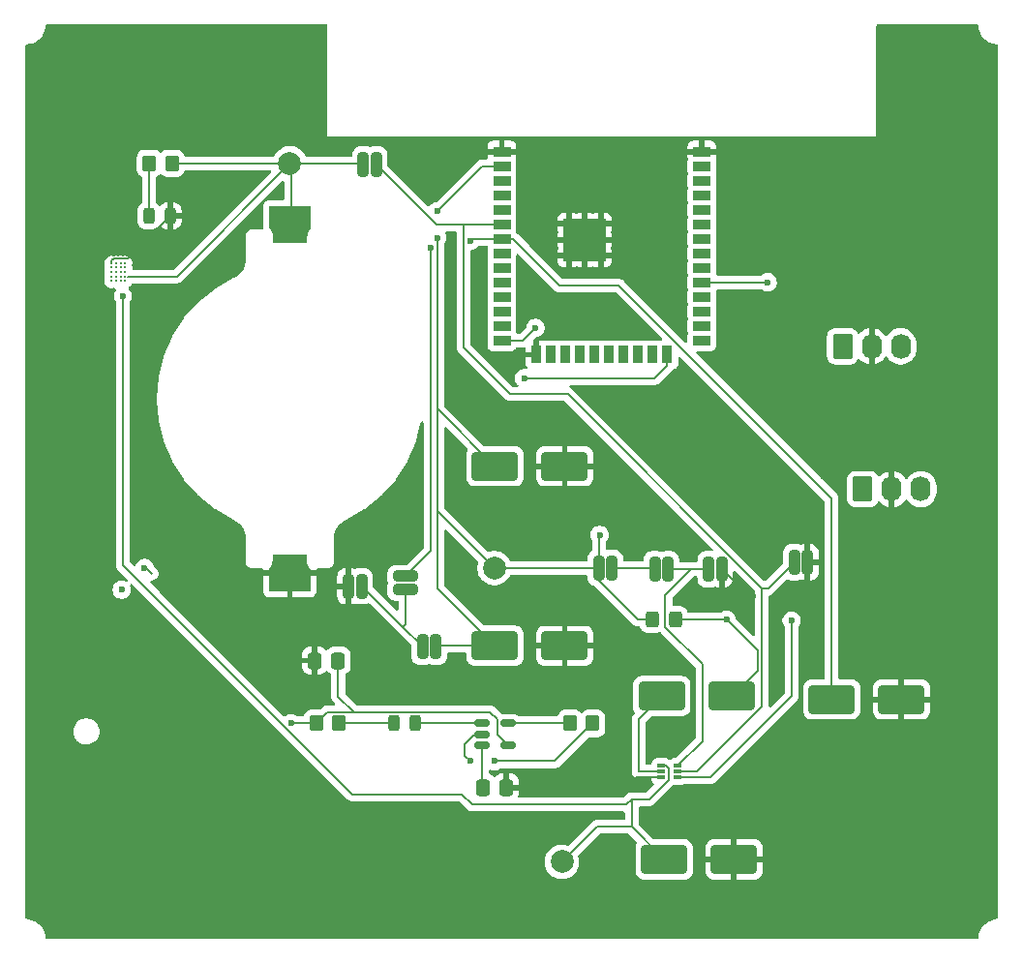
<source format=gbr>
%TF.GenerationSoftware,KiCad,Pcbnew,9.0.4*%
%TF.CreationDate,2025-10-03T16:26:09-05:00*%
%TF.ProjectId,ECE 445 - Suction Sense PCB-1,45434520-3434-4352-902d-205375637469,rev?*%
%TF.SameCoordinates,Original*%
%TF.FileFunction,Copper,L1,Top*%
%TF.FilePolarity,Positive*%
%FSLAX46Y46*%
G04 Gerber Fmt 4.6, Leading zero omitted, Abs format (unit mm)*
G04 Created by KiCad (PCBNEW 9.0.4) date 2025-10-03 16:26:10*
%MOMM*%
%LPD*%
G01*
G04 APERTURE LIST*
G04 Aperture macros list*
%AMRoundRect*
0 Rectangle with rounded corners*
0 $1 Rounding radius*
0 $2 $3 $4 $5 $6 $7 $8 $9 X,Y pos of 4 corners*
0 Add a 4 corners polygon primitive as box body*
4,1,4,$2,$3,$4,$5,$6,$7,$8,$9,$2,$3,0*
0 Add four circle primitives for the rounded corners*
1,1,$1+$1,$2,$3*
1,1,$1+$1,$4,$5*
1,1,$1+$1,$6,$7*
1,1,$1+$1,$8,$9*
0 Add four rect primitives between the rounded corners*
20,1,$1+$1,$2,$3,$4,$5,0*
20,1,$1+$1,$4,$5,$6,$7,0*
20,1,$1+$1,$6,$7,$8,$9,0*
20,1,$1+$1,$8,$9,$2,$3,0*%
%AMFreePoly0*
4,1,30,0.200000,1.710000,0.236753,1.697426,0.376386,1.589219,0.526381,1.504463,0.606724,1.473357,0.606723,1.473356,0.687059,1.442253,0.771046,1.423078,0.855035,1.403901,1.028740,1.390056,1.444035,1.390057,1.486461,1.372484,1.504035,1.330057,1.504034,-1.539942,1.486460,-1.582368,1.444038,-1.599942,1.046227,-1.599966,0.870517,-1.612848,0.700699,-1.650739,0.538235,-1.712988,
0.386579,-1.798267,0.245504,-1.907443,0.208783,-1.919992,-1.650000,-1.919992,-1.692426,-1.902418,-1.710000,-1.859992,-1.710000,1.650007,-1.692426,1.692433,-1.650000,1.710007,0.200000,1.710000,0.200000,1.710000,$1*%
G04 Aperture macros list end*
%TA.AperFunction,SMDPad,CuDef*%
%ADD10R,0.900000X0.900000*%
%TD*%
%TA.AperFunction,HeatsinkPad*%
%ADD11C,0.600000*%
%TD*%
%TA.AperFunction,HeatsinkPad*%
%ADD12R,3.800000X3.800000*%
%TD*%
%TA.AperFunction,SMDPad,CuDef*%
%ADD13R,1.500000X0.900000*%
%TD*%
%TA.AperFunction,SMDPad,CuDef*%
%ADD14R,0.900000X1.500000*%
%TD*%
%TA.AperFunction,SMDPad,CuDef*%
%ADD15RoundRect,0.250000X-1.750000X-1.000000X1.750000X-1.000000X1.750000X1.000000X-1.750000X1.000000X0*%
%TD*%
%TA.AperFunction,SMDPad,CuDef*%
%ADD16RoundRect,0.237500X0.237500X0.837500X-0.237500X0.837500X-0.237500X-0.837500X0.237500X-0.837500X0*%
%TD*%
%TA.AperFunction,SMDPad,CuDef*%
%ADD17RoundRect,0.237500X-0.237500X-0.837500X0.237500X-0.837500X0.237500X0.837500X-0.237500X0.837500X0*%
%TD*%
%TA.AperFunction,SMDPad,CuDef*%
%ADD18RoundRect,0.250000X-0.350000X-0.450000X0.350000X-0.450000X0.350000X0.450000X-0.350000X0.450000X0*%
%TD*%
%TA.AperFunction,SMDPad,CuDef*%
%ADD19RoundRect,0.243750X0.243750X0.456250X-0.243750X0.456250X-0.243750X-0.456250X0.243750X-0.456250X0*%
%TD*%
%TA.AperFunction,SMDPad,CuDef*%
%ADD20FreePoly0,270.000000*%
%TD*%
%TA.AperFunction,SMDPad,CuDef*%
%ADD21FreePoly0,90.000000*%
%TD*%
%TA.AperFunction,SMDPad,CuDef*%
%ADD22RoundRect,0.237500X0.837500X-0.237500X0.837500X0.237500X-0.837500X0.237500X-0.837500X-0.237500X0*%
%TD*%
%TA.AperFunction,SMDPad,CuDef*%
%ADD23C,0.230000*%
%TD*%
%TA.AperFunction,SMDPad,CuDef*%
%ADD24C,2.000000*%
%TD*%
%TA.AperFunction,SMDPad,CuDef*%
%ADD25RoundRect,0.250000X-0.337500X-0.475000X0.337500X-0.475000X0.337500X0.475000X-0.337500X0.475000X0*%
%TD*%
%TA.AperFunction,ComponentPad*%
%ADD26RoundRect,0.250000X-0.620000X-0.845000X0.620000X-0.845000X0.620000X0.845000X-0.620000X0.845000X0*%
%TD*%
%TA.AperFunction,ComponentPad*%
%ADD27O,1.740000X2.190000*%
%TD*%
%TA.AperFunction,SMDPad,CuDef*%
%ADD28RoundRect,0.243750X-0.243750X-0.456250X0.243750X-0.456250X0.243750X0.456250X-0.243750X0.456250X0*%
%TD*%
%TA.AperFunction,SMDPad,CuDef*%
%ADD29RoundRect,0.150000X-0.512500X-0.150000X0.512500X-0.150000X0.512500X0.150000X-0.512500X0.150000X0*%
%TD*%
%TA.AperFunction,SMDPad,CuDef*%
%ADD30RoundRect,0.250000X0.325000X0.450000X-0.325000X0.450000X-0.325000X-0.450000X0.325000X-0.450000X0*%
%TD*%
%TA.AperFunction,SMDPad,CuDef*%
%ADD31RoundRect,0.250000X0.350000X0.450000X-0.350000X0.450000X-0.350000X-0.450000X0.350000X-0.450000X0*%
%TD*%
%TA.AperFunction,SMDPad,CuDef*%
%ADD32RoundRect,0.087500X-0.250000X-0.087500X0.250000X-0.087500X0.250000X0.087500X-0.250000X0.087500X0*%
%TD*%
%TA.AperFunction,ViaPad*%
%ADD33C,0.600000*%
%TD*%
%TA.AperFunction,Conductor*%
%ADD34C,0.200000*%
%TD*%
G04 APERTURE END LIST*
D10*
%TO.P,U1,39,GND*%
%TO.N,GND*%
X144300000Y-73601000D03*
D11*
X144300000Y-72901000D03*
D10*
X144300000Y-72201000D03*
D11*
X144300000Y-71501000D03*
D10*
X144300000Y-70801000D03*
D11*
X143600000Y-73601000D03*
X143600000Y-72201000D03*
X143600000Y-70801000D03*
D10*
X142900000Y-73601000D03*
D12*
X142900000Y-72201000D03*
D10*
X142900000Y-72201000D03*
X142900000Y-70801000D03*
D11*
X142875000Y-72901000D03*
X142875000Y-71501000D03*
X142200000Y-73601000D03*
X142200000Y-72201000D03*
X142200000Y-70801000D03*
D10*
X141500000Y-73601000D03*
D11*
X141500000Y-72901000D03*
D10*
X141500000Y-72201000D03*
D11*
X141500000Y-71501000D03*
D10*
X141500000Y-70801000D03*
D13*
%TO.P,U1,38,GND*%
X153150000Y-64481000D03*
%TO.P,U1,37,IO23*%
%TO.N,unconnected-(U1-IO23-Pad37)*%
X153150000Y-65751000D03*
%TO.P,U1,36,IO22*%
%TO.N,unconnected-(U1-IO22-Pad36)*%
X153150000Y-67021000D03*
%TO.P,U1,35,TXD0/IO1*%
%TO.N,unconnected-(U1-TXD0{slash}IO1-Pad35)*%
X153150000Y-68291000D03*
%TO.P,U1,34,RXD0/IO3*%
%TO.N,unconnected-(U1-RXD0{slash}IO3-Pad34)*%
X153150000Y-69561000D03*
%TO.P,U1,33,IO21*%
%TO.N,unconnected-(U1-IO21-Pad33)*%
X153150000Y-70831000D03*
%TO.P,U1,32,NC*%
%TO.N,unconnected-(U1-NC-Pad32)*%
X153150000Y-72101000D03*
%TO.P,U1,31,IO19*%
%TO.N,unconnected-(U1-IO19-Pad31)*%
X153150000Y-73371000D03*
%TO.P,U1,30,IO18*%
%TO.N,unconnected-(U1-IO18-Pad30)*%
X153150000Y-74641000D03*
%TO.P,U1,29,IO5*%
%TO.N,/IO5*%
X153150000Y-75911000D03*
%TO.P,U1,28,IO17*%
%TO.N,unconnected-(U1-IO17-Pad28)*%
X153150000Y-77181000D03*
%TO.P,U1,27,IO16*%
%TO.N,unconnected-(U1-IO16-Pad27)*%
X153150000Y-78451000D03*
%TO.P,U1,26,IO4*%
%TO.N,unconnected-(U1-IO4-Pad26)*%
X153150000Y-79721000D03*
%TO.P,U1,25,IO0*%
%TO.N,unconnected-(U1-IO0-Pad25)*%
X153150000Y-80991000D03*
D14*
%TO.P,U1,24,IO2*%
%TO.N,/IO2*%
X150120000Y-82241000D03*
%TO.P,U1,23,IO15*%
%TO.N,unconnected-(U1-IO15-Pad23)*%
X148850000Y-82241000D03*
%TO.P,U1,22,NC*%
%TO.N,unconnected-(U1-NC-Pad22)*%
X147580000Y-82241000D03*
%TO.P,U1,21,NC*%
%TO.N,unconnected-(U1-NC-Pad21)*%
X146310000Y-82241000D03*
%TO.P,U1,20,NC*%
%TO.N,unconnected-(U1-NC-Pad20)*%
X145040000Y-82241000D03*
%TO.P,U1,19,NC*%
%TO.N,unconnected-(U1-NC-Pad19)*%
X143770000Y-82241000D03*
%TO.P,U1,18,NC*%
%TO.N,unconnected-(U1-NC-Pad18)*%
X142500000Y-82241000D03*
%TO.P,U1,17,NC*%
%TO.N,unconnected-(U1-NC-Pad17)*%
X141230000Y-82241000D03*
%TO.P,U1,16,IO13*%
%TO.N,unconnected-(U1-IO13-Pad16)*%
X139960000Y-82241000D03*
%TO.P,U1,15,GND*%
%TO.N,GND*%
X138690000Y-82241000D03*
D13*
%TO.P,U1,14,IO12*%
%TO.N,/IO12*%
X135650000Y-80991000D03*
%TO.P,U1,13,IO14*%
%TO.N,unconnected-(U1-IO14-Pad13)*%
X135650000Y-79721000D03*
%TO.P,U1,12,IO27*%
%TO.N,unconnected-(U1-IO27-Pad12)*%
X135650000Y-78451000D03*
%TO.P,U1,11,IO26*%
%TO.N,unconnected-(U1-IO26-Pad11)*%
X135650000Y-77181000D03*
%TO.P,U1,10,IO25*%
%TO.N,unconnected-(U1-IO25-Pad10)*%
X135650000Y-75911000D03*
%TO.P,U1,9,IO33*%
%TO.N,unconnected-(U1-IO33-Pad9)*%
X135650000Y-74641000D03*
%TO.P,U1,8,IO32*%
%TO.N,unconnected-(U1-IO32-Pad8)*%
X135650000Y-73371000D03*
%TO.P,U1,7,IO35*%
%TO.N,/IO35*%
X135650000Y-72101000D03*
%TO.P,U1,6,IO34*%
%TO.N,/EN*%
X135650000Y-70831000D03*
%TO.P,U1,5,SENSOR_VN*%
%TO.N,unconnected-(U1-SENSOR_VN-Pad5)*%
X135650000Y-69561000D03*
%TO.P,U1,4,SENSOR_VP*%
%TO.N,unconnected-(U1-SENSOR_VP-Pad4)*%
X135650000Y-68291000D03*
%TO.P,U1,3,EN*%
%TO.N,unconnected-(U1-EN-Pad3)*%
X135650000Y-67021000D03*
%TO.P,U1,2,VDD*%
%TO.N,/3v3*%
X135650000Y-65751000D03*
%TO.P,U1,1,GND*%
%TO.N,GND*%
X135650000Y-64481000D03*
%TD*%
D15*
%TO.P,C2,1*%
%TO.N,Net-(U3-SW)*%
X149650000Y-112100000D03*
%TO.P,C2,2*%
%TO.N,Net-(U3-BST)*%
X155750000Y-112100000D03*
%TD*%
D16*
%TO.P,TH1,1*%
%TO.N,Net-(R1-Pad2)*%
X123375000Y-102500000D03*
%TO.P,TH1,2*%
%TO.N,GND*%
X122225000Y-102500000D03*
%TD*%
D17*
%TO.P,R5,1*%
%TO.N,Net-(U3-FB)*%
X153725000Y-101000000D03*
%TO.P,R5,2*%
%TO.N,GND*%
X154875000Y-101000000D03*
%TD*%
D15*
%TO.P,C5,1*%
%TO.N,/IO35*%
X164500000Y-112400000D03*
%TO.P,C5,2*%
%TO.N,GND*%
X170600000Y-112400000D03*
%TD*%
D17*
%TO.P,R3,1*%
%TO.N,/3v3*%
X144125000Y-100900000D03*
%TO.P,R3,2*%
%TO.N,Net-(R2-Pad1)*%
X145275000Y-100900000D03*
%TD*%
D18*
%TO.P,R4,1*%
%TO.N,Net-(D1-A)*%
X104800000Y-65500000D03*
%TO.P,R4,2*%
%TO.N,+3.7VA*%
X106800000Y-65500000D03*
%TD*%
D19*
%TO.P,D1,1,K*%
%TO.N,GND*%
X106637500Y-70100000D03*
%TO.P,D1,2,A*%
%TO.N,Net-(D1-A)*%
X104762500Y-70100000D03*
%TD*%
D20*
%TO.P,J3,1,Pin_1*%
%TO.N,+3.7VA*%
X117200000Y-70950000D03*
D21*
%TO.P,J3,2,Pin_2*%
%TO.N,GND*%
X117000000Y-101250000D03*
%TD*%
D22*
%TO.P,R6,1*%
%TO.N,Net-(R1-Pad2)*%
X127200000Y-102775000D03*
%TO.P,R6,2*%
%TO.N,/IO35*%
X127200000Y-101625000D03*
%TD*%
D23*
%TO.P,U2,A1,PR1*%
%TO.N,unconnected-(U2-PR1-PadA1)*%
X102699998Y-75800003D03*
%TO.P,U2,A2,OV1*%
%TO.N,unconnected-(U2-OV1-PadA2)*%
X102299999Y-75800003D03*
%TO.P,U2,A3,OV2*%
%TO.N,unconnected-(U2-OV2-PadA3)*%
X101899997Y-75800003D03*
%TO.P,U2,A4,SEL*%
%TO.N,/IO2*%
X101499998Y-75800003D03*
%TO.P,U2,B1,IN1*%
%TO.N,+3.7VA*%
X102699998Y-75400004D03*
%TO.P,U2,B2,IN1*%
%TO.N,unconnected-(U2-IN1-PadB2)*%
X102299999Y-75400004D03*
%TO.P,U2,B3,IN2*%
%TO.N,+5VB*%
X101899997Y-75400004D03*
%TO.P,U2,B4,IN2*%
%TO.N,unconnected-(U2-IN2-PadB4)*%
X101499998Y-75400004D03*
%TO.P,U2,C1,IN1*%
%TO.N,unconnected-(U2-IN1-PadC1)*%
X102699998Y-75000002D03*
%TO.P,U2,C2,OUT*%
%TO.N,/BUCK_IN*%
X102299999Y-75000002D03*
%TO.P,U2,C3,OUT*%
%TO.N,unconnected-(U2-OUT-PadC3)*%
X101899997Y-75000002D03*
%TO.P,U2,C4,IN2*%
%TO.N,unconnected-(U2-IN2-PadC4)*%
X101499998Y-75000002D03*
%TO.P,U2,D1,OUT*%
%TO.N,unconnected-(U2-OUT-PadD1)*%
X102699998Y-74600003D03*
%TO.P,U2,D2,OUT*%
%TO.N,unconnected-(U2-OUT-PadD2)*%
X102299999Y-74600003D03*
%TO.P,U2,D3,OUT*%
%TO.N,unconnected-(U2-OUT-PadD3)*%
X101899997Y-74600003D03*
%TO.P,U2,D4,OUT*%
%TO.N,unconnected-(U2-OUT-PadD4)*%
X101499998Y-74600003D03*
%TO.P,U2,E1,ST*%
%TO.N,unconnected-(U2-ST-PadE1)*%
X102699998Y-74200004D03*
%TO.P,U2,E2,ILM*%
%TO.N,unconnected-(U2-ILM-PadE2)*%
X102299999Y-74200004D03*
%TO.P,U2,E3,SS*%
%TO.N,unconnected-(U2-SS-PadE3)*%
X101899997Y-74200004D03*
%TO.P,U2,E4,GND*%
%TO.N,GND*%
X101499998Y-74200004D03*
%TD*%
D24*
%TO.P,TP3,1,1*%
%TO.N,/BUCK_IN*%
X140900000Y-126600000D03*
%TD*%
D25*
%TO.P,C6,1*%
%TO.N,GND*%
X119262500Y-109000000D03*
%TO.P,C6,2*%
%TO.N,+5VB*%
X121337500Y-109000000D03*
%TD*%
D17*
%TO.P,R8,1*%
%TO.N,+3.7VA*%
X123525000Y-65600000D03*
%TO.P,R8,2*%
%TO.N,/EN*%
X124675000Y-65600000D03*
%TD*%
D26*
%TO.P,J1,1,Pin_1*%
%TO.N,/3v3*%
X165460000Y-81500000D03*
D27*
%TO.P,J1,2,Pin_2*%
%TO.N,GND*%
X168000000Y-81500000D03*
%TO.P,J1,3,Pin_3*%
%TO.N,/IO5*%
X170540000Y-81500000D03*
%TD*%
D28*
%TO.P,D2,1,K*%
%TO.N,Net-(D2-K)*%
X126225000Y-114500000D03*
%TO.P,D2,2,A*%
%TO.N,Net-(D2-A)*%
X128100000Y-114500000D03*
%TD*%
D29*
%TO.P,U4,1,STAT*%
%TO.N,Net-(D2-A)*%
X133925000Y-114500000D03*
%TO.P,U4,2,V_{SS}*%
%TO.N,Net-(U4-V_{SS})*%
X133925000Y-115450000D03*
%TO.P,U4,3,V_{BAT}*%
%TO.N,/3.7+*%
X133925000Y-116400000D03*
%TO.P,U4,4,V_{DD}*%
%TO.N,+5VB*%
X136200000Y-116400000D03*
%TO.P,U4,5,PROG*%
%TO.N,Net-(U4-PROG)*%
X136200000Y-114500000D03*
%TD*%
D25*
%TO.P,C7,1*%
%TO.N,/3.7+*%
X133962500Y-120100000D03*
%TO.P,C7,2*%
%TO.N,GND*%
X136037500Y-120100000D03*
%TD*%
D15*
%TO.P,C4,1*%
%TO.N,/3v3*%
X135050000Y-92000000D03*
%TO.P,C4,2*%
%TO.N,GND*%
X141150000Y-92000000D03*
%TD*%
D24*
%TO.P,TP1,1,1*%
%TO.N,+3.7VA*%
X117100000Y-65500000D03*
%TD*%
D15*
%TO.P,C3,1*%
%TO.N,/BUCK_IN*%
X149850000Y-126400000D03*
%TO.P,C3,2*%
%TO.N,GND*%
X155950000Y-126400000D03*
%TD*%
D30*
%TO.P,L1,1,1*%
%TO.N,Net-(U3-BST)*%
X150825000Y-105400000D03*
%TO.P,L1,2,2*%
%TO.N,/3v3*%
X148775000Y-105400000D03*
%TD*%
D24*
%TO.P,TP2,1,1*%
%TO.N,/3v3*%
X135000000Y-100900000D03*
%TD*%
D31*
%TO.P,R10,1*%
%TO.N,Net-(D2-K)*%
X121400000Y-114500000D03*
%TO.P,R10,2*%
%TO.N,+5VB*%
X119400000Y-114500000D03*
%TD*%
D26*
%TO.P,J2,1,Pin_1*%
%TO.N,/3v3*%
X167220000Y-94000000D03*
D27*
%TO.P,J2,2,Pin_2*%
%TO.N,GND*%
X169760000Y-94000000D03*
%TO.P,J2,3,Pin_3*%
%TO.N,/IO12*%
X172300000Y-94000000D03*
%TD*%
D16*
%TO.P,R1,1*%
%TO.N,/3v3*%
X129875000Y-107800000D03*
%TO.P,R1,2*%
%TO.N,Net-(R1-Pad2)*%
X128725000Y-107800000D03*
%TD*%
D15*
%TO.P,C1,1*%
%TO.N,/3v3*%
X135050000Y-107700000D03*
%TO.P,C1,2*%
%TO.N,GND*%
X141150000Y-107700000D03*
%TD*%
D17*
%TO.P,R9,1*%
%TO.N,/EN*%
X161225000Y-100400000D03*
%TO.P,R9,2*%
%TO.N,GND*%
X162375000Y-100400000D03*
%TD*%
%TO.P,R2,1*%
%TO.N,Net-(R2-Pad1)*%
X149025000Y-101000000D03*
%TO.P,R2,2*%
%TO.N,Net-(U3-FB)*%
X150175000Y-101000000D03*
%TD*%
D18*
%TO.P,R7,1*%
%TO.N,Net-(U4-PROG)*%
X141600000Y-114500000D03*
%TO.P,R7,2*%
%TO.N,Net-(U4-V_{SS})*%
X143600000Y-114500000D03*
%TD*%
D32*
%TO.P,U3,1,VIN*%
%TO.N,/BUCK_IN*%
X149587500Y-118200000D03*
%TO.P,U3,2,SW*%
%TO.N,Net-(U3-SW)*%
X149587500Y-118700000D03*
%TO.P,U3,3,GND*%
%TO.N,GND*%
X149587500Y-119200000D03*
%TO.P,U3,4,BST*%
%TO.N,Net-(U3-BST)*%
X151012500Y-119200000D03*
%TO.P,U3,5,EN*%
%TO.N,/EN*%
X151012500Y-118700000D03*
%TO.P,U3,6,FB*%
%TO.N,Net-(U3-FB)*%
X151012500Y-118200000D03*
%TD*%
D33*
%TO.N,GND*%
X131500000Y-87000000D03*
X128400000Y-91400000D03*
%TO.N,*%
X102400000Y-102800000D03*
X104400000Y-100900000D03*
%TO.N,GND*%
X133300000Y-84600000D03*
X135500000Y-83300000D03*
X160900000Y-103300000D03*
X157600000Y-103400000D03*
X156400000Y-103400000D03*
%TO.N,/IO2*%
X137600000Y-84300000D03*
%TO.N,/3v3*%
X130000000Y-69700000D03*
X144200000Y-98000000D03*
X130000000Y-72000000D03*
%TO.N,Net-(U3-BST)*%
X161000000Y-105500000D03*
X155300000Y-105400000D03*
%TO.N,/BUCK_IN*%
X102500000Y-77100000D03*
%TO.N,/IO35*%
X132900000Y-72300000D03*
X129400000Y-72900000D03*
%TO.N,/IO5*%
X158900000Y-75900000D03*
%TO.N,/IO12*%
X138600000Y-79900000D03*
%TO.N,+5VB*%
X117200000Y-114500000D03*
%TO.N,Net-(U4-V_{SS})*%
X132900000Y-117800000D03*
X135000000Y-117800000D03*
%TD*%
D34*
%TO.N,/BUCK_IN*%
X148550848Y-121126000D02*
X147000000Y-121126000D01*
%TO.N,GND*%
X128400000Y-91400000D02*
X128400000Y-92000000D01*
X131500000Y-86900000D02*
X131500000Y-87000000D01*
X132950000Y-85450000D02*
X131500000Y-86900000D01*
X132950000Y-85450000D02*
X132900000Y-85500000D01*
%TO.N,/EN*%
X152686160Y-118700000D02*
X151012500Y-118700000D01*
%TO.N,*%
X105000000Y-101400000D02*
X104500000Y-100900000D01*
X104500000Y-100900000D02*
X104400000Y-100900000D01*
%TO.N,GND*%
X117000000Y-101250000D02*
X117000000Y-104700000D01*
X147400000Y-119200000D02*
X146800000Y-119800000D01*
X149587500Y-119200000D02*
X147400000Y-119200000D01*
X133300000Y-85100000D02*
X132950000Y-85450000D01*
X133300000Y-84600000D02*
X133300000Y-85100000D01*
X136559000Y-82241000D02*
X135500000Y-83300000D01*
X138690000Y-82241000D02*
X136559000Y-82241000D01*
X156400000Y-103400000D02*
X157600000Y-103400000D01*
X156400000Y-102525000D02*
X156400000Y-103400000D01*
X154875000Y-101000000D02*
X156400000Y-102525000D01*
X101483997Y-74027691D02*
X101483997Y-74184003D01*
X101727684Y-73784004D02*
X101483997Y-74027691D01*
X102953496Y-73784004D02*
X101727684Y-73784004D01*
X106637500Y-70100000D02*
X102953496Y-73784004D01*
X106637500Y-69892500D02*
X106680000Y-69850000D01*
X106637500Y-70100000D02*
X106637500Y-69892500D01*
%TO.N,/IO35*%
X136600000Y-72101000D02*
X135650000Y-72101000D01*
X145881000Y-76200000D02*
X140699000Y-76200000D01*
X164500000Y-94819000D02*
X145881000Y-76200000D01*
X164500000Y-112400000D02*
X164500000Y-94819000D01*
X140699000Y-76200000D02*
X136600000Y-72101000D01*
%TO.N,/IO2*%
X149011000Y-84300000D02*
X137600000Y-84300000D01*
X150120000Y-83191000D02*
X149011000Y-84300000D01*
X150120000Y-82241000D02*
X150120000Y-83191000D01*
%TO.N,/3v3*%
X130000000Y-86950000D02*
X130000000Y-72000000D01*
X135000000Y-100900000D02*
X144125000Y-100900000D01*
X130000000Y-69700000D02*
X133949000Y-65751000D01*
X130000000Y-102650000D02*
X130000000Y-95900000D01*
X144125000Y-100900000D02*
X144125000Y-101975000D01*
X130000000Y-86950000D02*
X130000000Y-95900000D01*
X147550000Y-105400000D02*
X148775000Y-105400000D01*
X133949000Y-65751000D02*
X135650000Y-65751000D01*
X135050000Y-107700000D02*
X129975000Y-107700000D01*
X135050000Y-92000000D02*
X130000000Y-86950000D01*
X144200000Y-98000000D02*
X144125000Y-98075000D01*
X129975000Y-107700000D02*
X129875000Y-107800000D01*
X144125000Y-98075000D02*
X144125000Y-100900000D01*
X130000000Y-95900000D02*
X135000000Y-100900000D01*
X144125000Y-101975000D02*
X147550000Y-105400000D01*
X135050000Y-107700000D02*
X130000000Y-102650000D01*
%TO.N,Net-(U3-SW)*%
X147600000Y-114150000D02*
X147600000Y-118700000D01*
X147600000Y-118700000D02*
X149587500Y-118700000D01*
X149650000Y-112100000D02*
X147600000Y-114150000D01*
%TO.N,Net-(U3-BST)*%
X161000000Y-112100000D02*
X161000000Y-105500000D01*
X155300000Y-105400000D02*
X158000000Y-108100000D01*
X151012500Y-119200000D02*
X153900000Y-119200000D01*
X158000000Y-109850000D02*
X155750000Y-112100000D01*
X158000000Y-108100000D02*
X158000000Y-109850000D01*
X150825000Y-105400000D02*
X155300000Y-105400000D01*
X153900000Y-119200000D02*
X161000000Y-112100000D01*
%TO.N,/BUCK_IN*%
X149850000Y-126400000D02*
X147000000Y-123550000D01*
X147000000Y-123550000D02*
X147000000Y-121126000D01*
X146526000Y-121600000D02*
X147000000Y-121126000D01*
X140900000Y-126600000D02*
X143950000Y-123550000D01*
X133074000Y-121600000D02*
X146526000Y-121600000D01*
X102500000Y-100649943D02*
X102500000Y-77100000D01*
X133074000Y-121600000D02*
X132174000Y-120700000D01*
X122550057Y-120700000D02*
X102500000Y-100649943D01*
X132174000Y-120700000D02*
X122550057Y-120700000D01*
X143950000Y-123550000D02*
X147000000Y-123550000D01*
%TO.N,/IO35*%
X127200000Y-101625000D02*
X129400000Y-99425000D01*
X133099000Y-72101000D02*
X135650000Y-72101000D01*
X129400000Y-99425000D02*
X129400000Y-72900000D01*
X132900000Y-72300000D02*
X133099000Y-72101000D01*
%TO.N,/IO5*%
X158889000Y-75911000D02*
X158900000Y-75900000D01*
X153150000Y-75911000D02*
X158889000Y-75911000D01*
%TO.N,/IO12*%
X137509000Y-80991000D02*
X138600000Y-79900000D01*
X135650000Y-80991000D02*
X137509000Y-80991000D01*
%TO.N,Net-(R1-Pad2)*%
X126962500Y-106037500D02*
X123425000Y-102500000D01*
X123425000Y-102500000D02*
X123375000Y-102500000D01*
X127200000Y-102775000D02*
X127200000Y-105800000D01*
X128725000Y-107800000D02*
X126962500Y-106037500D01*
X127200000Y-105800000D02*
X126962500Y-106037500D01*
%TO.N,Net-(U3-FB)*%
X149949000Y-106085160D02*
X149949000Y-103251000D01*
X153186160Y-116026340D02*
X153186160Y-109322320D01*
X149949000Y-103251000D02*
X152200000Y-101000000D01*
X153186160Y-109322320D02*
X149949000Y-106085160D01*
X151012500Y-118200000D02*
X153186160Y-116026340D01*
X150175000Y-101000000D02*
X152200000Y-101000000D01*
X152200000Y-101000000D02*
X153725000Y-101000000D01*
%TO.N,Net-(D1-A)*%
X104700000Y-65500000D02*
X104762500Y-65562500D01*
X104800000Y-65500000D02*
X104700000Y-65500000D01*
X104762500Y-65562500D02*
X104762500Y-70100000D01*
%TO.N,/EN*%
X136400000Y-85700000D02*
X132300000Y-81600000D01*
X132300000Y-70831000D02*
X135650000Y-70831000D01*
X141418134Y-85700000D02*
X136400000Y-85700000D01*
X158401000Y-102682866D02*
X141418134Y-85700000D01*
X158401000Y-112985160D02*
X158401000Y-102682866D01*
X158942134Y-102682866D02*
X158401000Y-102682866D01*
X161225000Y-100400000D02*
X158942134Y-102682866D01*
X132300000Y-81600000D02*
X132300000Y-70831000D01*
X129906000Y-70831000D02*
X132300000Y-70831000D01*
X124675000Y-65600000D02*
X129906000Y-70831000D01*
X152686160Y-118700000D02*
X158401000Y-112985160D01*
%TO.N,Net-(D2-K)*%
X121400000Y-114500000D02*
X126225000Y-114500000D01*
%TO.N,Net-(D2-A)*%
X128100000Y-114500000D02*
X133925000Y-114500000D01*
%TO.N,+3.7VA*%
X117100000Y-65500000D02*
X106800000Y-65500000D01*
X117200000Y-70950000D02*
X117200000Y-65600000D01*
X107199998Y-75400002D02*
X102888310Y-75400002D01*
X117200000Y-65600000D02*
X117100000Y-65500000D01*
X123425000Y-65500000D02*
X123525000Y-65600000D01*
X117300000Y-65300000D02*
X117300000Y-65100000D01*
X117100000Y-65500000D02*
X107199998Y-75400002D01*
X117100000Y-65500000D02*
X123425000Y-65500000D01*
X117100000Y-65500000D02*
X117300000Y-65300000D01*
%TO.N,+5VB*%
X122700000Y-113499000D02*
X134576468Y-113499000D01*
X121337500Y-109000000D02*
X121337500Y-112136500D01*
X117200000Y-114500000D02*
X119300000Y-114500000D01*
X121337500Y-112136500D02*
X122700000Y-113499000D01*
X120401000Y-113499000D02*
X122700000Y-113499000D01*
X135236500Y-115436500D02*
X136200000Y-116400000D01*
X135236500Y-114159032D02*
X135236500Y-115436500D01*
X134576468Y-113499000D02*
X135236500Y-114159032D01*
X119400000Y-114500000D02*
X120401000Y-113499000D01*
%TO.N,Net-(R2-Pad1)*%
X145275000Y-100900000D02*
X148925000Y-100900000D01*
X148925000Y-100900000D02*
X149025000Y-101000000D01*
%TO.N,Net-(U4-V_{SS})*%
X143600000Y-114500000D02*
X140300000Y-117800000D01*
X132400000Y-117300000D02*
X132400000Y-116312501D01*
X132400000Y-116312501D02*
X133262501Y-115450000D01*
X132900000Y-117800000D02*
X132400000Y-117300000D01*
X140300000Y-117800000D02*
X135000000Y-117800000D01*
X133262501Y-115450000D02*
X133925000Y-115450000D01*
%TO.N,Net-(U4-PROG)*%
X136200000Y-114500000D02*
X141600000Y-114500000D01*
%TO.N,/3.7+*%
X133925000Y-120062500D02*
X133962500Y-120100000D01*
X133925000Y-116400000D02*
X133925000Y-120062500D01*
%TO.N,/BUCK_IN*%
X149587500Y-118200000D02*
X149976848Y-118200000D01*
X150226000Y-119450848D02*
X148550848Y-121126000D01*
X150226000Y-118449152D02*
X150226000Y-119450848D01*
X149976848Y-118200000D02*
X150226000Y-118449152D01*
%TD*%
%TA.AperFunction,Conductor*%
%TO.N,GND*%
G36*
X116518834Y-67032914D02*
G01*
X116574767Y-67074786D01*
X116599184Y-67140250D01*
X116599500Y-67149096D01*
X116599500Y-68605500D01*
X116579815Y-68672539D01*
X116527011Y-68718294D01*
X116475500Y-68729500D01*
X115340004Y-68729500D01*
X115285971Y-68732395D01*
X115146563Y-68767978D01*
X115146559Y-68767979D01*
X115100599Y-68787017D01*
X115005745Y-68838810D01*
X114900440Y-68936854D01*
X114827028Y-69060586D01*
X114827025Y-69060592D01*
X114807989Y-69106549D01*
X114807979Y-69106575D01*
X114789984Y-69157582D01*
X114785365Y-69189707D01*
X114772958Y-69276008D01*
X114769508Y-69300001D01*
X114769508Y-71125500D01*
X114749823Y-71192539D01*
X114697019Y-71238294D01*
X114645508Y-71249500D01*
X113770731Y-71249500D01*
X113770723Y-71249501D01*
X113753068Y-71249501D01*
X113632140Y-71277102D01*
X113632132Y-71277105D01*
X113520367Y-71330928D01*
X113423375Y-71408275D01*
X113346029Y-71505262D01*
X113292207Y-71617026D01*
X113264601Y-71737972D01*
X113264601Y-71781505D01*
X113264501Y-73844227D01*
X113264093Y-73854273D01*
X113240521Y-74144110D01*
X113237272Y-74163949D01*
X113169873Y-74435302D01*
X113163462Y-74454356D01*
X113053099Y-74711255D01*
X113043692Y-74729022D01*
X112893261Y-74964718D01*
X112881107Y-74980732D01*
X112694580Y-75189007D01*
X112679999Y-75202846D01*
X112462256Y-75378253D01*
X112445629Y-75389554D01*
X112179903Y-75540228D01*
X112179902Y-75540229D01*
X110588758Y-76442449D01*
X110588757Y-76442448D01*
X110576271Y-76449528D01*
X110564264Y-76453052D01*
X110550484Y-76464150D01*
X110541708Y-76469128D01*
X110535094Y-76472878D01*
X110533123Y-76474580D01*
X110516216Y-76491756D01*
X109113744Y-77621540D01*
X109102569Y-77630541D01*
X109091289Y-77635960D01*
X109079489Y-77649133D01*
X109071644Y-77655454D01*
X109071638Y-77655460D01*
X109068482Y-77658002D01*
X109065700Y-77660244D01*
X109064042Y-77662227D01*
X109050125Y-77681922D01*
X107848650Y-79023481D01*
X107848651Y-79023482D01*
X107839076Y-79034172D01*
X107828819Y-79041343D01*
X107819305Y-79056248D01*
X107812579Y-79063759D01*
X107812577Y-79063763D01*
X107807493Y-79069439D01*
X107806178Y-79071664D01*
X107795625Y-79093348D01*
X106826724Y-80611433D01*
X106819004Y-80623527D01*
X106810042Y-80632260D01*
X106803062Y-80648505D01*
X106797640Y-80657001D01*
X106797639Y-80657004D01*
X106793537Y-80663432D01*
X106792598Y-80665839D01*
X106785688Y-80688945D01*
X106074831Y-82343643D01*
X106069168Y-82356824D01*
X106061731Y-82366895D01*
X106057466Y-82384062D01*
X106053487Y-82393326D01*
X106050482Y-82400321D01*
X106049943Y-82402859D01*
X106046858Y-82426767D01*
X105612733Y-84174583D01*
X105612733Y-84174584D01*
X105609273Y-84188513D01*
X105603560Y-84199654D01*
X105602125Y-84217290D01*
X105599695Y-84227074D01*
X105597859Y-84234465D01*
X105597737Y-84237049D01*
X105598557Y-84261146D01*
X105452570Y-86056145D01*
X105451406Y-86070446D01*
X105447570Y-86082362D01*
X105449003Y-86099996D01*
X105448187Y-86110038D01*
X105448187Y-86110044D01*
X105447569Y-86117636D01*
X105447867Y-86120211D01*
X105452571Y-86143856D01*
X105461982Y-86259576D01*
X105599721Y-87953153D01*
X105597860Y-87965535D01*
X105602123Y-87982702D01*
X105602941Y-87992750D01*
X105603559Y-88000345D01*
X105604272Y-88002847D01*
X105612734Y-88025418D01*
X106046857Y-89773229D01*
X106046858Y-89773229D01*
X106050317Y-89787155D01*
X106050481Y-89799674D01*
X106057465Y-89815931D01*
X106059896Y-89825720D01*
X106059896Y-89825721D01*
X106059897Y-89825722D01*
X106061731Y-89833107D01*
X106062834Y-89835451D01*
X106074832Y-89856359D01*
X106785688Y-91511054D01*
X106785687Y-91511054D01*
X106791350Y-91524237D01*
X106793536Y-91536566D01*
X106803056Y-91551482D01*
X106807037Y-91560748D01*
X106810040Y-91567737D01*
X106810042Y-91567741D01*
X106810044Y-91567743D01*
X106811514Y-91569883D01*
X106826725Y-91588569D01*
X107795623Y-93106647D01*
X107803344Y-93118744D01*
X107807493Y-93130560D01*
X107819300Y-93143743D01*
X107825080Y-93152799D01*
X107828819Y-93158658D01*
X107830610Y-93160525D01*
X107848652Y-93176518D01*
X109050120Y-94518072D01*
X109059698Y-94528766D01*
X109065702Y-94539758D01*
X109079486Y-94550862D01*
X109086214Y-94558374D01*
X109086215Y-94558375D01*
X109091289Y-94564041D01*
X109093361Y-94565597D01*
X109113746Y-94578461D01*
X110527391Y-95717245D01*
X110535090Y-95727119D01*
X110550480Y-95735845D01*
X110558332Y-95742171D01*
X110564262Y-95746948D01*
X110566562Y-95748150D01*
X110588760Y-95757551D01*
X112156948Y-96646756D01*
X112445630Y-96810446D01*
X112462253Y-96821744D01*
X112680003Y-96997157D01*
X112694576Y-97010988D01*
X112881108Y-97219269D01*
X112893261Y-97235281D01*
X113043692Y-97470977D01*
X113053099Y-97488744D01*
X113163462Y-97745643D01*
X113169873Y-97764697D01*
X113237272Y-98036050D01*
X113240521Y-98055889D01*
X113264104Y-98345860D01*
X113264512Y-98355779D01*
X113266700Y-100393479D01*
X113266700Y-100462028D01*
X113289809Y-100563273D01*
X113294305Y-100582971D01*
X113348131Y-100694740D01*
X113425478Y-100791729D01*
X113522469Y-100869074D01*
X113634238Y-100922898D01*
X113634241Y-100922898D01*
X113634242Y-100922899D01*
X113674553Y-100932099D01*
X113755183Y-100950501D01*
X113817210Y-100950500D01*
X114656000Y-100950500D01*
X114723039Y-100970185D01*
X114768794Y-101022989D01*
X114780000Y-101074500D01*
X114780000Y-101102983D01*
X119429992Y-101102983D01*
X119429992Y-101074500D01*
X119449677Y-101007461D01*
X119502481Y-100961706D01*
X119553992Y-100950500D01*
X120447026Y-100950500D01*
X120567969Y-100922895D01*
X120679737Y-100869071D01*
X120776725Y-100791725D01*
X120854071Y-100694737D01*
X120907895Y-100582969D01*
X120935500Y-100462026D01*
X120935500Y-100400000D01*
X120935500Y-100365649D01*
X120935500Y-98355766D01*
X120935908Y-98345715D01*
X120936500Y-98338438D01*
X120959479Y-98055881D01*
X120962725Y-98036060D01*
X121030128Y-97764690D01*
X121036532Y-97745656D01*
X121146909Y-97488725D01*
X121156307Y-97470977D01*
X121306744Y-97235272D01*
X121318881Y-97219279D01*
X121505423Y-97010987D01*
X121520003Y-96997151D01*
X121737749Y-96821743D01*
X121754364Y-96810449D01*
X122043053Y-96646756D01*
X122043052Y-96646756D01*
X123623721Y-95750474D01*
X123635737Y-95746949D01*
X123649519Y-95735846D01*
X123664911Y-95727119D01*
X123664913Y-95727115D01*
X123666882Y-95725417D01*
X123683785Y-95708241D01*
X125097427Y-94569460D01*
X125108712Y-94564041D01*
X125120514Y-94550862D01*
X125134299Y-94539758D01*
X125134301Y-94539752D01*
X125135964Y-94537765D01*
X125149879Y-94518072D01*
X125210589Y-94450284D01*
X126360920Y-93165830D01*
X126371182Y-93158658D01*
X126380697Y-93143746D01*
X126387428Y-93136232D01*
X126387428Y-93136231D01*
X126387432Y-93136227D01*
X126392508Y-93130560D01*
X126392509Y-93130555D01*
X126393827Y-93128328D01*
X126404371Y-93106655D01*
X127380991Y-91576477D01*
X127389960Y-91567741D01*
X127396942Y-91551484D01*
X127402371Y-91542980D01*
X127402371Y-91542979D01*
X127406465Y-91536566D01*
X127406465Y-91536563D01*
X127406467Y-91536561D01*
X127407408Y-91534146D01*
X127414309Y-91511060D01*
X128130829Y-89843179D01*
X128138270Y-89833106D01*
X128142536Y-89815928D01*
X128149520Y-89799673D01*
X128149520Y-89799670D01*
X128150058Y-89797141D01*
X128153142Y-89773228D01*
X128443214Y-88605384D01*
X128555157Y-88154692D01*
X128590421Y-88094375D01*
X128652697Y-88062699D01*
X128722214Y-88069720D01*
X128776898Y-88113209D01*
X128799390Y-88179360D01*
X128799500Y-88184584D01*
X128799500Y-99124902D01*
X128779815Y-99191941D01*
X128763181Y-99212583D01*
X127362582Y-100613181D01*
X127301259Y-100646666D01*
X127274901Y-100649500D01*
X126313330Y-100649500D01*
X126313313Y-100649501D01*
X126212247Y-100659825D01*
X126048484Y-100714092D01*
X126048481Y-100714093D01*
X125901648Y-100804661D01*
X125779661Y-100926648D01*
X125689093Y-101073481D01*
X125689091Y-101073486D01*
X125667870Y-101137528D01*
X125634826Y-101237247D01*
X125634826Y-101237248D01*
X125634825Y-101237248D01*
X125624500Y-101338315D01*
X125624500Y-101911669D01*
X125624501Y-101911687D01*
X125634825Y-102012752D01*
X125634826Y-102012755D01*
X125683949Y-102160996D01*
X125686351Y-102230824D01*
X125683949Y-102239004D01*
X125634826Y-102387247D01*
X125634825Y-102387248D01*
X125624500Y-102488315D01*
X125624500Y-103061669D01*
X125624501Y-103061687D01*
X125634825Y-103162752D01*
X125650342Y-103209577D01*
X125675750Y-103286254D01*
X125689092Y-103326515D01*
X125689093Y-103326518D01*
X125696901Y-103339177D01*
X125779660Y-103473350D01*
X125901650Y-103595340D01*
X126048484Y-103685908D01*
X126212247Y-103740174D01*
X126313323Y-103750500D01*
X126475500Y-103750499D01*
X126542539Y-103770183D01*
X126588294Y-103822987D01*
X126599500Y-103874499D01*
X126599500Y-104525903D01*
X126579815Y-104592942D01*
X126527011Y-104638697D01*
X126457853Y-104648641D01*
X126394297Y-104619616D01*
X126387819Y-104613584D01*
X124386818Y-102612583D01*
X124353333Y-102551260D01*
X124350499Y-102524902D01*
X124350499Y-101613330D01*
X124350498Y-101613313D01*
X124340174Y-101512247D01*
X124329176Y-101479058D01*
X124285908Y-101348484D01*
X124195340Y-101201650D01*
X124073350Y-101079660D01*
X123973541Y-101018097D01*
X123926518Y-100989093D01*
X123926513Y-100989091D01*
X123911789Y-100984212D01*
X123762753Y-100934826D01*
X123762751Y-100934825D01*
X123661678Y-100924500D01*
X123088330Y-100924500D01*
X123088312Y-100924501D01*
X122987247Y-100934825D01*
X122987244Y-100934826D01*
X122838210Y-100984212D01*
X122768382Y-100986614D01*
X122760202Y-100984212D01*
X122612652Y-100935319D01*
X122511654Y-100925000D01*
X122475000Y-100925000D01*
X122475000Y-101297602D01*
X122465317Y-101341282D01*
X122466364Y-101341629D01*
X122464092Y-101348482D01*
X122464092Y-101348484D01*
X122409826Y-101512247D01*
X122409826Y-101512248D01*
X122409825Y-101512248D01*
X122399500Y-101613315D01*
X122399500Y-101613323D01*
X122399500Y-102498590D01*
X122399501Y-102500000D01*
X122399501Y-103386686D01*
X122409825Y-103487752D01*
X122409826Y-103487755D01*
X122447187Y-103600500D01*
X122464020Y-103651300D01*
X122466364Y-103658372D01*
X122465314Y-103658719D01*
X122475000Y-103702397D01*
X122475000Y-104074999D01*
X122511640Y-104074999D01*
X122511654Y-104074998D01*
X122612652Y-104064680D01*
X122760202Y-104015787D01*
X122830030Y-104013385D01*
X122838190Y-104015781D01*
X122987247Y-104065174D01*
X123088323Y-104075500D01*
X123661676Y-104075499D01*
X123661684Y-104075498D01*
X123661687Y-104075498D01*
X123717030Y-104069844D01*
X123762753Y-104065174D01*
X123926516Y-104010908D01*
X123942124Y-104001281D01*
X124009516Y-103982840D01*
X124076180Y-104003762D01*
X124094903Y-104019138D01*
X127713181Y-107637416D01*
X127746666Y-107698739D01*
X127749500Y-107725097D01*
X127749500Y-108686669D01*
X127749501Y-108686686D01*
X127759825Y-108787752D01*
X127814092Y-108951515D01*
X127814093Y-108951518D01*
X127848395Y-109007129D01*
X127904660Y-109098350D01*
X128026650Y-109220340D01*
X128173484Y-109310908D01*
X128337247Y-109365174D01*
X128438323Y-109375500D01*
X129011676Y-109375499D01*
X129011684Y-109375498D01*
X129011687Y-109375498D01*
X129067030Y-109369844D01*
X129112753Y-109365174D01*
X129260998Y-109316049D01*
X129330823Y-109313648D01*
X129338981Y-109316043D01*
X129487247Y-109365174D01*
X129588323Y-109375500D01*
X130161676Y-109375499D01*
X130161684Y-109375498D01*
X130161687Y-109375498D01*
X130217030Y-109369844D01*
X130262753Y-109365174D01*
X130426516Y-109310908D01*
X130573350Y-109220340D01*
X130695340Y-109098350D01*
X130785908Y-108951516D01*
X130840174Y-108787753D01*
X130850500Y-108686677D01*
X130850500Y-108424500D01*
X130870185Y-108357461D01*
X130922989Y-108311706D01*
X130974500Y-108300500D01*
X132425501Y-108300500D01*
X132492540Y-108320185D01*
X132538295Y-108372989D01*
X132549501Y-108424500D01*
X132549501Y-108750018D01*
X132560000Y-108852796D01*
X132560001Y-108852799D01*
X132593405Y-108953604D01*
X132615186Y-109019334D01*
X132707288Y-109168656D01*
X132831344Y-109292712D01*
X132980666Y-109384814D01*
X133147203Y-109439999D01*
X133249991Y-109450500D01*
X136850008Y-109450499D01*
X136952797Y-109439999D01*
X137119334Y-109384814D01*
X137268656Y-109292712D01*
X137392712Y-109168656D01*
X137484814Y-109019334D01*
X137539999Y-108852797D01*
X137550500Y-108750009D01*
X137550500Y-108749986D01*
X138650001Y-108749986D01*
X138660494Y-108852697D01*
X138715641Y-109019119D01*
X138715643Y-109019124D01*
X138807684Y-109168345D01*
X138931654Y-109292315D01*
X139080875Y-109384356D01*
X139080880Y-109384358D01*
X139247302Y-109439505D01*
X139247309Y-109439506D01*
X139350019Y-109449999D01*
X140899999Y-109449999D01*
X141400000Y-109449999D01*
X142949972Y-109449999D01*
X142949986Y-109449998D01*
X143052697Y-109439505D01*
X143219119Y-109384358D01*
X143219124Y-109384356D01*
X143368345Y-109292315D01*
X143492315Y-109168345D01*
X143584356Y-109019124D01*
X143584358Y-109019119D01*
X143639505Y-108852697D01*
X143639506Y-108852690D01*
X143649999Y-108749986D01*
X143650000Y-108749973D01*
X143650000Y-107950000D01*
X141400000Y-107950000D01*
X141400000Y-109449999D01*
X140899999Y-109449999D01*
X140900000Y-109449998D01*
X140900000Y-107950000D01*
X138650001Y-107950000D01*
X138650001Y-108749986D01*
X137550500Y-108749986D01*
X137550499Y-107698739D01*
X137550499Y-106650013D01*
X138650000Y-106650013D01*
X138650000Y-107450000D01*
X140900000Y-107450000D01*
X141400000Y-107450000D01*
X143649999Y-107450000D01*
X143649999Y-106650028D01*
X143649998Y-106650013D01*
X143639505Y-106547302D01*
X143584358Y-106380880D01*
X143584356Y-106380875D01*
X143492315Y-106231654D01*
X143368345Y-106107684D01*
X143219124Y-106015643D01*
X143219119Y-106015641D01*
X143052697Y-105960494D01*
X143052690Y-105960493D01*
X142949986Y-105950000D01*
X141400000Y-105950000D01*
X141400000Y-107450000D01*
X140900000Y-107450000D01*
X140900000Y-105950000D01*
X139350028Y-105950000D01*
X139350012Y-105950001D01*
X139247302Y-105960494D01*
X139080880Y-106015641D01*
X139080875Y-106015643D01*
X138931654Y-106107684D01*
X138807684Y-106231654D01*
X138715643Y-106380875D01*
X138715641Y-106380880D01*
X138660494Y-106547302D01*
X138660493Y-106547309D01*
X138650000Y-106650013D01*
X137550499Y-106650013D01*
X137550499Y-106649998D01*
X137550498Y-106649981D01*
X137539999Y-106547203D01*
X137539998Y-106547200D01*
X137524904Y-106501650D01*
X137484814Y-106380666D01*
X137392712Y-106231344D01*
X137268656Y-106107288D01*
X137140192Y-106028051D01*
X137119336Y-106015187D01*
X137119331Y-106015185D01*
X137091090Y-106005827D01*
X136952797Y-105960001D01*
X136952795Y-105960000D01*
X136850016Y-105949500D01*
X136850009Y-105949500D01*
X134200097Y-105949500D01*
X134133058Y-105929815D01*
X134112416Y-105913181D01*
X130636819Y-102437584D01*
X130603334Y-102376261D01*
X130600500Y-102349903D01*
X130600500Y-97649097D01*
X130620185Y-97582058D01*
X130672989Y-97536303D01*
X130742147Y-97526359D01*
X130805703Y-97555384D01*
X130812181Y-97561416D01*
X133547200Y-100296435D01*
X133580685Y-100357758D01*
X133577450Y-100422433D01*
X133536447Y-100548628D01*
X133499500Y-100781902D01*
X133499500Y-101018097D01*
X133536446Y-101251368D01*
X133609433Y-101475996D01*
X133688812Y-101631785D01*
X133716657Y-101686433D01*
X133855483Y-101877510D01*
X134022490Y-102044517D01*
X134213567Y-102183343D01*
X134250963Y-102202397D01*
X134424003Y-102290566D01*
X134424005Y-102290566D01*
X134424008Y-102290568D01*
X134541000Y-102328581D01*
X134648631Y-102363553D01*
X134881903Y-102400500D01*
X134881908Y-102400500D01*
X135118097Y-102400500D01*
X135351368Y-102363553D01*
X135393378Y-102349903D01*
X135575992Y-102290568D01*
X135786433Y-102183343D01*
X135977510Y-102044517D01*
X136144517Y-101877510D01*
X136283343Y-101686433D01*
X136343583Y-101568204D01*
X136391558Y-101517409D01*
X136454068Y-101500500D01*
X143025501Y-101500500D01*
X143092540Y-101520185D01*
X143138295Y-101572989D01*
X143149501Y-101624500D01*
X143149501Y-101786686D01*
X143159825Y-101887752D01*
X143188902Y-101975498D01*
X143211938Y-102045017D01*
X143214092Y-102051515D01*
X143214093Y-102051518D01*
X143232381Y-102081167D01*
X143304660Y-102198350D01*
X143426650Y-102320340D01*
X143573484Y-102410908D01*
X143737247Y-102465174D01*
X143737250Y-102465174D01*
X143737917Y-102465317D01*
X143738292Y-102465520D01*
X143743675Y-102467304D01*
X143743357Y-102468263D01*
X143799355Y-102498590D01*
X147065139Y-105764374D01*
X147065149Y-105764385D01*
X147069479Y-105768715D01*
X147069480Y-105768716D01*
X147181284Y-105880520D01*
X147181286Y-105880521D01*
X147181290Y-105880524D01*
X147266666Y-105929815D01*
X147318216Y-105959577D01*
X147430019Y-105989534D01*
X147470942Y-106000500D01*
X147470943Y-106000500D01*
X147623940Y-106000500D01*
X147628173Y-106000790D01*
X147657127Y-106011490D01*
X147686738Y-106020185D01*
X147689603Y-106023492D01*
X147693711Y-106025010D01*
X147712286Y-106049669D01*
X147732493Y-106072989D01*
X147735369Y-106080312D01*
X147735750Y-106080818D01*
X147735792Y-106081390D01*
X147737403Y-106085492D01*
X147745324Y-106109394D01*
X147765185Y-106169331D01*
X147765187Y-106169336D01*
X147765435Y-106169738D01*
X147857288Y-106318656D01*
X147981344Y-106442712D01*
X148130666Y-106534814D01*
X148297203Y-106589999D01*
X148399991Y-106600500D01*
X149150008Y-106600499D01*
X149150016Y-106600498D01*
X149150019Y-106600498D01*
X149206302Y-106594748D01*
X149252797Y-106589999D01*
X149419334Y-106534814D01*
X149419340Y-106534810D01*
X149425883Y-106531760D01*
X149426832Y-106533796D01*
X149444856Y-106528857D01*
X149472590Y-106518513D01*
X149478175Y-106519727D01*
X149483689Y-106518217D01*
X149511937Y-106527071D01*
X149540863Y-106533363D01*
X149547240Y-106538137D01*
X149550360Y-106539115D01*
X149569112Y-106554508D01*
X149580284Y-106565680D01*
X149580286Y-106565681D01*
X149587354Y-106572749D01*
X152549341Y-109534736D01*
X152582826Y-109596059D01*
X152585660Y-109622417D01*
X152585660Y-115726243D01*
X152565975Y-115793282D01*
X152549341Y-115813924D01*
X150875084Y-117488181D01*
X150813761Y-117521666D01*
X150787403Y-117524500D01*
X150723952Y-117524500D01*
X150621774Y-117537953D01*
X150609001Y-117539635D01*
X150609000Y-117539635D01*
X150608997Y-117539636D01*
X150465963Y-117598882D01*
X150390314Y-117656929D01*
X150375571Y-117662628D01*
X150363360Y-117672660D01*
X150343653Y-117674967D01*
X150325145Y-117682122D01*
X150308785Y-117679048D01*
X150293965Y-117680784D01*
X150267847Y-117671359D01*
X150260373Y-117669955D01*
X150256525Y-117668074D01*
X150208633Y-117640423D01*
X150189433Y-117635278D01*
X150178656Y-117630010D01*
X150172339Y-117624239D01*
X150157626Y-117616983D01*
X150134036Y-117598882D01*
X150134037Y-117598882D01*
X149991002Y-117539636D01*
X149991000Y-117539635D01*
X149990999Y-117539635D01*
X149965452Y-117536271D01*
X149876047Y-117524500D01*
X149876040Y-117524500D01*
X149298960Y-117524500D01*
X149298952Y-117524500D01*
X149196774Y-117537953D01*
X149184001Y-117539635D01*
X149184000Y-117539635D01*
X149183997Y-117539636D01*
X149040963Y-117598882D01*
X148918133Y-117693133D01*
X148823882Y-117815963D01*
X148764636Y-117958997D01*
X148764635Y-117959001D01*
X148760332Y-117991686D01*
X148732065Y-118055582D01*
X148673741Y-118094053D01*
X148637393Y-118099500D01*
X148324500Y-118099500D01*
X148257461Y-118079815D01*
X148211706Y-118027011D01*
X148200500Y-117975500D01*
X148200500Y-114450096D01*
X148220185Y-114383057D01*
X148236815Y-114362419D01*
X148712416Y-113886817D01*
X148773739Y-113853333D01*
X148800097Y-113850499D01*
X151450002Y-113850499D01*
X151450008Y-113850499D01*
X151552797Y-113839999D01*
X151719334Y-113784814D01*
X151868656Y-113692712D01*
X151992712Y-113568656D01*
X152084814Y-113419334D01*
X152139999Y-113252797D01*
X152150500Y-113150009D01*
X152150499Y-111049992D01*
X152139999Y-110947203D01*
X152084814Y-110780666D01*
X151992712Y-110631344D01*
X151868656Y-110507288D01*
X151719334Y-110415186D01*
X151552797Y-110360001D01*
X151552795Y-110360000D01*
X151450010Y-110349500D01*
X147849998Y-110349500D01*
X147849981Y-110349501D01*
X147747203Y-110360000D01*
X147747200Y-110360001D01*
X147580668Y-110415185D01*
X147580663Y-110415187D01*
X147431342Y-110507289D01*
X147307289Y-110631342D01*
X147215187Y-110780663D01*
X147215186Y-110780666D01*
X147160001Y-110947203D01*
X147160001Y-110947204D01*
X147160000Y-110947204D01*
X147149500Y-111049983D01*
X147149500Y-113150001D01*
X147149501Y-113150018D01*
X147160000Y-113252796D01*
X147160001Y-113252799D01*
X147215185Y-113419331D01*
X147215189Y-113419340D01*
X147265285Y-113500559D01*
X147273090Y-113529087D01*
X147283430Y-113556805D01*
X147282209Y-113562414D01*
X147283725Y-113567952D01*
X147274866Y-113596175D01*
X147268580Y-113625079D01*
X147263784Y-113631486D01*
X147262802Y-113634615D01*
X147247430Y-113653334D01*
X147231286Y-113669478D01*
X147119481Y-113781282D01*
X147119477Y-113781287D01*
X147069579Y-113867715D01*
X147069579Y-113867716D01*
X147040423Y-113918214D01*
X147040423Y-113918215D01*
X146999499Y-114070943D01*
X146999499Y-114070945D01*
X146999499Y-114239046D01*
X146999500Y-114239059D01*
X146999500Y-118620943D01*
X146999500Y-118779057D01*
X147038173Y-118923385D01*
X147040423Y-118931783D01*
X147040426Y-118931790D01*
X147119475Y-119068709D01*
X147119479Y-119068714D01*
X147119480Y-119068716D01*
X147231284Y-119180520D01*
X147231286Y-119180521D01*
X147231290Y-119180524D01*
X147368209Y-119259573D01*
X147368216Y-119259577D01*
X147520943Y-119300500D01*
X148637896Y-119300500D01*
X148704935Y-119320185D01*
X148750690Y-119372989D01*
X148760835Y-119408316D01*
X148765119Y-119440859D01*
X148765122Y-119440871D01*
X148824316Y-119583780D01*
X148824319Y-119583786D01*
X148918489Y-119706509D01*
X148920951Y-119708398D01*
X148922504Y-119710525D01*
X148924240Y-119712261D01*
X148923969Y-119712531D01*
X148962157Y-119764824D01*
X148966315Y-119834570D01*
X148933151Y-119894459D01*
X148338432Y-120489181D01*
X148277109Y-120522666D01*
X148250751Y-120525500D01*
X147079057Y-120525500D01*
X146920942Y-120525500D01*
X146768215Y-120566423D01*
X146768214Y-120566423D01*
X146768212Y-120566424D01*
X146768209Y-120566425D01*
X146718096Y-120595359D01*
X146718095Y-120595360D01*
X146674689Y-120620420D01*
X146631285Y-120645479D01*
X146631282Y-120645481D01*
X146519478Y-120757286D01*
X146313584Y-120963181D01*
X146252261Y-120996666D01*
X146225903Y-120999500D01*
X137196159Y-120999500D01*
X137129120Y-120979815D01*
X137083365Y-120927011D01*
X137073421Y-120857853D01*
X137078453Y-120836496D01*
X137114505Y-120727697D01*
X137114506Y-120727690D01*
X137124999Y-120624986D01*
X137125000Y-120624973D01*
X137125000Y-120350000D01*
X136161500Y-120350000D01*
X136094461Y-120330315D01*
X136048706Y-120277511D01*
X136037500Y-120226000D01*
X136037500Y-120100000D01*
X135911500Y-120100000D01*
X135844461Y-120080315D01*
X135798706Y-120027511D01*
X135787500Y-119976000D01*
X135787500Y-119850000D01*
X136287500Y-119850000D01*
X137124999Y-119850000D01*
X137124999Y-119575028D01*
X137124998Y-119575013D01*
X137114505Y-119472302D01*
X137059358Y-119305880D01*
X137059356Y-119305875D01*
X136967315Y-119156654D01*
X136843345Y-119032684D01*
X136694124Y-118940643D01*
X136694119Y-118940641D01*
X136527697Y-118885494D01*
X136527690Y-118885493D01*
X136424986Y-118875000D01*
X136287500Y-118875000D01*
X136287500Y-119850000D01*
X135787500Y-119850000D01*
X135787500Y-118875000D01*
X135650027Y-118875000D01*
X135650012Y-118875001D01*
X135547302Y-118885494D01*
X135380880Y-118940641D01*
X135380875Y-118940643D01*
X135231654Y-119032684D01*
X135107683Y-119156655D01*
X135107679Y-119156660D01*
X135105826Y-119159665D01*
X135104018Y-119161290D01*
X135103202Y-119162323D01*
X135103025Y-119162183D01*
X135053874Y-119206385D01*
X134984911Y-119217601D01*
X134920831Y-119189752D01*
X134894753Y-119159653D01*
X134894737Y-119159628D01*
X134892712Y-119156344D01*
X134768656Y-119032288D01*
X134619334Y-118940186D01*
X134619333Y-118940185D01*
X134619332Y-118940185D01*
X134610493Y-118937256D01*
X134590461Y-118923385D01*
X134568297Y-118913264D01*
X134562247Y-118903851D01*
X134553049Y-118897482D01*
X134543696Y-118874983D01*
X134530523Y-118854486D01*
X134528063Y-118837380D01*
X134526228Y-118832965D01*
X134525500Y-118819551D01*
X134525500Y-118655489D01*
X134545185Y-118588450D01*
X134597989Y-118542695D01*
X134667147Y-118532751D01*
X134696948Y-118540926D01*
X134766503Y-118569737D01*
X134916131Y-118599500D01*
X134921153Y-118600499D01*
X134921156Y-118600500D01*
X134921158Y-118600500D01*
X135078844Y-118600500D01*
X135078845Y-118600499D01*
X135233497Y-118569737D01*
X135379179Y-118509394D01*
X135474501Y-118445702D01*
X135510875Y-118421398D01*
X135577553Y-118400520D01*
X135579766Y-118400500D01*
X140213331Y-118400500D01*
X140213347Y-118400501D01*
X140220943Y-118400501D01*
X140379054Y-118400501D01*
X140379057Y-118400501D01*
X140531785Y-118359577D01*
X140607326Y-118315963D01*
X140668716Y-118280520D01*
X140780520Y-118168716D01*
X140780520Y-118168714D01*
X140790724Y-118158511D01*
X140790728Y-118158506D01*
X143212416Y-115736818D01*
X143273739Y-115703333D01*
X143300097Y-115700499D01*
X144000002Y-115700499D01*
X144000008Y-115700499D01*
X144102797Y-115689999D01*
X144269334Y-115634814D01*
X144418656Y-115542712D01*
X144542712Y-115418656D01*
X144634814Y-115269334D01*
X144689999Y-115102797D01*
X144700500Y-115000009D01*
X144700499Y-113999992D01*
X144699755Y-113992712D01*
X144689999Y-113897203D01*
X144689998Y-113897200D01*
X144654676Y-113790606D01*
X144634814Y-113730666D01*
X144542712Y-113581344D01*
X144418656Y-113457288D01*
X144269334Y-113365186D01*
X144102797Y-113310001D01*
X144102795Y-113310000D01*
X144000010Y-113299500D01*
X143199998Y-113299500D01*
X143199980Y-113299501D01*
X143097203Y-113310000D01*
X143097200Y-113310001D01*
X142930668Y-113365185D01*
X142930663Y-113365187D01*
X142781342Y-113457289D01*
X142687681Y-113550951D01*
X142626358Y-113584436D01*
X142556666Y-113579452D01*
X142512319Y-113550951D01*
X142418657Y-113457289D01*
X142418656Y-113457288D01*
X142269334Y-113365186D01*
X142102797Y-113310001D01*
X142102795Y-113310000D01*
X142000010Y-113299500D01*
X141199998Y-113299500D01*
X141199980Y-113299501D01*
X141097203Y-113310000D01*
X141097200Y-113310001D01*
X140930668Y-113365185D01*
X140930663Y-113365187D01*
X140781342Y-113457289D01*
X140657289Y-113581342D01*
X140565187Y-113730663D01*
X140565185Y-113730668D01*
X140537405Y-113814504D01*
X140497632Y-113871949D01*
X140433116Y-113898772D01*
X140419699Y-113899500D01*
X137233308Y-113899500D01*
X137166269Y-113879815D01*
X137145626Y-113863180D01*
X137114370Y-113831923D01*
X137114362Y-113831917D01*
X137028751Y-113781287D01*
X136972898Y-113748256D01*
X136972897Y-113748255D01*
X136972896Y-113748255D01*
X136972893Y-113748254D01*
X136815073Y-113702402D01*
X136815067Y-113702401D01*
X136778201Y-113699500D01*
X136778194Y-113699500D01*
X135677565Y-113699500D01*
X135610526Y-113679815D01*
X135589884Y-113663181D01*
X135064058Y-113137355D01*
X135064056Y-113137352D01*
X134945185Y-113018481D01*
X134945184Y-113018480D01*
X134843160Y-112959577D01*
X134843159Y-112959576D01*
X134808251Y-112939422D01*
X134752349Y-112924443D01*
X134655525Y-112898499D01*
X134497411Y-112898499D01*
X134489815Y-112898499D01*
X134489799Y-112898500D01*
X123000097Y-112898500D01*
X122933058Y-112878815D01*
X122912416Y-112862181D01*
X121974319Y-111924084D01*
X121940834Y-111862761D01*
X121938000Y-111836403D01*
X121938000Y-110263767D01*
X121957685Y-110196728D01*
X121996901Y-110158230D01*
X122143656Y-110067712D01*
X122267712Y-109943656D01*
X122359814Y-109794334D01*
X122414999Y-109627797D01*
X122425500Y-109525009D01*
X122425499Y-108474992D01*
X122414999Y-108372203D01*
X122359814Y-108205666D01*
X122267712Y-108056344D01*
X122143656Y-107932288D01*
X121994334Y-107840186D01*
X121827797Y-107785001D01*
X121827795Y-107785000D01*
X121725010Y-107774500D01*
X120949998Y-107774500D01*
X120949980Y-107774501D01*
X120847203Y-107785000D01*
X120847200Y-107785001D01*
X120680668Y-107840185D01*
X120680663Y-107840187D01*
X120531342Y-107932289D01*
X120407288Y-108056343D01*
X120407283Y-108056349D01*
X120405241Y-108059661D01*
X120403247Y-108061453D01*
X120402807Y-108062011D01*
X120402711Y-108061935D01*
X120353291Y-108106383D01*
X120284328Y-108117602D01*
X120220247Y-108089755D01*
X120194168Y-108059656D01*
X120192319Y-108056659D01*
X120192316Y-108056655D01*
X120068345Y-107932684D01*
X119919124Y-107840643D01*
X119919119Y-107840641D01*
X119752697Y-107785494D01*
X119752690Y-107785493D01*
X119649986Y-107775000D01*
X119512500Y-107775000D01*
X119512500Y-110224999D01*
X119649972Y-110224999D01*
X119649986Y-110224998D01*
X119752697Y-110214505D01*
X119919119Y-110159358D01*
X119919124Y-110159356D01*
X120068345Y-110067315D01*
X120192318Y-109943342D01*
X120194165Y-109940348D01*
X120195969Y-109938724D01*
X120196798Y-109937677D01*
X120196976Y-109937818D01*
X120246110Y-109893621D01*
X120315073Y-109882396D01*
X120379156Y-109910236D01*
X120405243Y-109940341D01*
X120407288Y-109943656D01*
X120531344Y-110067712D01*
X120678097Y-110158229D01*
X120724821Y-110210175D01*
X120737000Y-110263767D01*
X120737000Y-112049830D01*
X120736999Y-112049848D01*
X120736999Y-112215554D01*
X120736998Y-112215554D01*
X120736999Y-112215557D01*
X120777923Y-112368285D01*
X120806858Y-112418400D01*
X120806859Y-112418404D01*
X120806860Y-112418404D01*
X120856979Y-112505214D01*
X120856981Y-112505217D01*
X120975849Y-112624085D01*
X120975855Y-112624090D01*
X121038584Y-112686819D01*
X121072069Y-112748142D01*
X121067085Y-112817834D01*
X121025213Y-112873767D01*
X120959749Y-112898184D01*
X120950903Y-112898500D01*
X120487670Y-112898500D01*
X120487654Y-112898499D01*
X120480058Y-112898499D01*
X120321943Y-112898499D01*
X120245579Y-112918961D01*
X120169214Y-112939423D01*
X120169209Y-112939426D01*
X120032290Y-113018475D01*
X120032282Y-113018481D01*
X119787582Y-113263181D01*
X119726259Y-113296666D01*
X119699901Y-113299500D01*
X118999998Y-113299500D01*
X118999980Y-113299501D01*
X118897203Y-113310000D01*
X118897200Y-113310001D01*
X118730668Y-113365185D01*
X118730663Y-113365187D01*
X118581342Y-113457289D01*
X118457289Y-113581342D01*
X118365187Y-113730663D01*
X118365185Y-113730668D01*
X118337405Y-113814504D01*
X118297632Y-113871949D01*
X118233116Y-113898772D01*
X118219699Y-113899500D01*
X117779766Y-113899500D01*
X117712727Y-113879815D01*
X117710875Y-113878602D01*
X117579185Y-113790609D01*
X117579172Y-113790602D01*
X117433501Y-113730264D01*
X117433489Y-113730261D01*
X117278845Y-113699500D01*
X117278842Y-113699500D01*
X117121158Y-113699500D01*
X117121155Y-113699500D01*
X116966510Y-113730261D01*
X116966498Y-113730264D01*
X116820827Y-113790602D01*
X116820814Y-113790609D01*
X116707061Y-113866617D01*
X116640383Y-113887495D01*
X116573003Y-113869010D01*
X116550489Y-113851196D01*
X112224279Y-109524986D01*
X118175001Y-109524986D01*
X118185494Y-109627697D01*
X118240641Y-109794119D01*
X118240643Y-109794124D01*
X118332684Y-109943345D01*
X118456654Y-110067315D01*
X118605875Y-110159356D01*
X118605880Y-110159358D01*
X118772302Y-110214505D01*
X118772309Y-110214506D01*
X118875019Y-110224999D01*
X119012499Y-110224999D01*
X119012500Y-110224998D01*
X119012500Y-109250000D01*
X118175001Y-109250000D01*
X118175001Y-109524986D01*
X112224279Y-109524986D01*
X111258838Y-108559545D01*
X111174306Y-108475013D01*
X118175000Y-108475013D01*
X118175000Y-108750000D01*
X119012500Y-108750000D01*
X119012500Y-107775000D01*
X118875027Y-107775000D01*
X118875012Y-107775001D01*
X118772302Y-107785494D01*
X118605880Y-107840641D01*
X118605875Y-107840643D01*
X118456654Y-107932684D01*
X118332684Y-108056654D01*
X118240643Y-108205875D01*
X118240641Y-108205880D01*
X118185494Y-108372302D01*
X118185493Y-108372309D01*
X118175000Y-108475013D01*
X111174306Y-108475013D01*
X105688630Y-102989338D01*
X105599292Y-102900000D01*
X114779993Y-102900000D01*
X114782885Y-102953975D01*
X114782887Y-102953988D01*
X114818433Y-103093251D01*
X114818434Y-103093256D01*
X114837472Y-103139216D01*
X114889214Y-103233977D01*
X114987158Y-103339174D01*
X114987161Y-103339177D01*
X115110771Y-103412518D01*
X115156734Y-103431556D01*
X115156760Y-103431566D01*
X115207716Y-103449543D01*
X115349994Y-103469999D01*
X115349996Y-103470000D01*
X116854992Y-103470000D01*
X117354992Y-103470000D01*
X118859995Y-103470000D01*
X118913967Y-103467107D01*
X118913980Y-103467105D01*
X119053243Y-103431559D01*
X119053248Y-103431558D01*
X119099208Y-103412520D01*
X119146579Y-103386654D01*
X121250001Y-103386654D01*
X121260319Y-103487652D01*
X121314546Y-103651300D01*
X121314551Y-103651311D01*
X121405052Y-103798034D01*
X121405055Y-103798038D01*
X121526961Y-103919944D01*
X121526965Y-103919947D01*
X121673688Y-104010448D01*
X121673699Y-104010453D01*
X121837347Y-104064680D01*
X121938352Y-104074999D01*
X121975000Y-104074999D01*
X121975000Y-102750000D01*
X121250001Y-102750000D01*
X121250001Y-103386654D01*
X119146579Y-103386654D01*
X119193969Y-103360778D01*
X119299166Y-103262834D01*
X119299169Y-103262831D01*
X119372510Y-103139221D01*
X119391548Y-103093258D01*
X119391558Y-103093232D01*
X119409535Y-103042276D01*
X119429991Y-102899998D01*
X119429992Y-102899997D01*
X119429992Y-101613345D01*
X121250000Y-101613345D01*
X121250000Y-102250000D01*
X121975000Y-102250000D01*
X121975000Y-100925000D01*
X121938361Y-100925000D01*
X121938343Y-100925001D01*
X121837347Y-100935319D01*
X121673699Y-100989546D01*
X121673688Y-100989551D01*
X121526965Y-101080052D01*
X121526961Y-101080055D01*
X121405055Y-101201961D01*
X121405052Y-101201965D01*
X121314551Y-101348688D01*
X121314546Y-101348699D01*
X121260319Y-101512347D01*
X121250000Y-101613345D01*
X119429992Y-101613345D01*
X119429992Y-101602983D01*
X117354992Y-101602983D01*
X117354992Y-103470000D01*
X116854992Y-103470000D01*
X116854992Y-101602983D01*
X114779997Y-101602983D01*
X114779993Y-102900000D01*
X105599292Y-102900000D01*
X104911474Y-102212182D01*
X104877989Y-102150859D01*
X104882973Y-102081167D01*
X104924845Y-102025234D01*
X104990309Y-102000817D01*
X104999155Y-102000501D01*
X105079056Y-102000501D01*
X105079058Y-102000501D01*
X105231785Y-101959577D01*
X105368716Y-101880520D01*
X105480520Y-101768716D01*
X105559577Y-101631785D01*
X105600501Y-101479058D01*
X105600501Y-101320943D01*
X105559577Y-101168216D01*
X105559261Y-101167668D01*
X105480524Y-101031290D01*
X105480518Y-101031282D01*
X105209742Y-100760506D01*
X105176257Y-100699183D01*
X105175824Y-100697105D01*
X105169737Y-100666503D01*
X105162693Y-100649496D01*
X105109397Y-100520827D01*
X105109390Y-100520814D01*
X105021789Y-100389711D01*
X105021786Y-100389707D01*
X104910292Y-100278213D01*
X104910288Y-100278210D01*
X104779185Y-100190609D01*
X104779172Y-100190602D01*
X104633501Y-100130264D01*
X104633489Y-100130261D01*
X104478845Y-100099500D01*
X104478842Y-100099500D01*
X104321158Y-100099500D01*
X104321155Y-100099500D01*
X104166510Y-100130261D01*
X104166498Y-100130264D01*
X104020827Y-100190602D01*
X104020814Y-100190609D01*
X103889711Y-100278210D01*
X103889707Y-100278213D01*
X103778213Y-100389707D01*
X103778210Y-100389711D01*
X103690609Y-100520814D01*
X103690602Y-100520827D01*
X103630263Y-100666500D01*
X103628761Y-100671453D01*
X103590458Y-100729888D01*
X103526644Y-100758340D01*
X103457578Y-100747774D01*
X103422422Y-100723129D01*
X103136819Y-100437526D01*
X103103334Y-100376203D01*
X103100500Y-100349845D01*
X103100500Y-77679765D01*
X103120185Y-77612726D01*
X103121398Y-77610874D01*
X103209390Y-77479185D01*
X103209390Y-77479184D01*
X103209394Y-77479179D01*
X103269737Y-77333497D01*
X103300500Y-77178842D01*
X103300500Y-77021158D01*
X103300500Y-77021155D01*
X103300499Y-77021153D01*
X103269738Y-76866510D01*
X103269737Y-76866503D01*
X103237854Y-76789529D01*
X103209397Y-76720827D01*
X103209390Y-76720814D01*
X103121789Y-76589711D01*
X103121786Y-76589707D01*
X103030039Y-76497960D01*
X102996554Y-76436637D01*
X103001538Y-76366945D01*
X103043410Y-76311012D01*
X103048829Y-76307177D01*
X103092356Y-76278093D01*
X103178085Y-76192364D01*
X103178088Y-76192361D01*
X103245447Y-76091552D01*
X103251453Y-76077051D01*
X103295293Y-76022647D01*
X103361586Y-76000581D01*
X103366015Y-76000502D01*
X107113329Y-76000502D01*
X107113345Y-76000503D01*
X107120941Y-76000503D01*
X107279052Y-76000503D01*
X107279055Y-76000503D01*
X107431783Y-75959579D01*
X107481902Y-75930641D01*
X107568714Y-75880522D01*
X107680518Y-75768718D01*
X107680518Y-75768716D01*
X107690726Y-75758509D01*
X107690728Y-75758506D01*
X116387819Y-67061415D01*
X116449142Y-67027930D01*
X116518834Y-67032914D01*
G37*
%TD.AperFunction*%
%TA.AperFunction,Conductor*%
G36*
X155068039Y-101019685D02*
G01*
X155113794Y-101072489D01*
X155125000Y-101124000D01*
X155125000Y-102574999D01*
X155161640Y-102574999D01*
X155161654Y-102574998D01*
X155262652Y-102564680D01*
X155426300Y-102510453D01*
X155426311Y-102510448D01*
X155573034Y-102419947D01*
X155573038Y-102419944D01*
X155694944Y-102298038D01*
X155694947Y-102298034D01*
X155785448Y-102151311D01*
X155785453Y-102151300D01*
X155839680Y-101987652D01*
X155849999Y-101886654D01*
X155849999Y-101280462D01*
X155869683Y-101213423D01*
X155922487Y-101167668D01*
X155991646Y-101157724D01*
X156055202Y-101186749D01*
X156061680Y-101192781D01*
X157764181Y-102895282D01*
X157797666Y-102956605D01*
X157800500Y-102982963D01*
X157800500Y-106751902D01*
X157780815Y-106818941D01*
X157728011Y-106864696D01*
X157658853Y-106874640D01*
X157595297Y-106845615D01*
X157588819Y-106839583D01*
X156134573Y-105385337D01*
X156101088Y-105324014D01*
X156100637Y-105321847D01*
X156069738Y-105166510D01*
X156069737Y-105166503D01*
X156050812Y-105120814D01*
X156009397Y-105020827D01*
X156009390Y-105020814D01*
X155921789Y-104889711D01*
X155921786Y-104889707D01*
X155810292Y-104778213D01*
X155810288Y-104778210D01*
X155679185Y-104690609D01*
X155679172Y-104690602D01*
X155533501Y-104630264D01*
X155533489Y-104630261D01*
X155378845Y-104599500D01*
X155378842Y-104599500D01*
X155221158Y-104599500D01*
X155221155Y-104599500D01*
X155066510Y-104630261D01*
X155066498Y-104630264D01*
X154920827Y-104690602D01*
X154920814Y-104690609D01*
X154789125Y-104778602D01*
X154722447Y-104799480D01*
X154720234Y-104799500D01*
X151980301Y-104799500D01*
X151913262Y-104779815D01*
X151867507Y-104727011D01*
X151862595Y-104714504D01*
X151840770Y-104648641D01*
X151834814Y-104630666D01*
X151742712Y-104481344D01*
X151618656Y-104357288D01*
X151469334Y-104265186D01*
X151302797Y-104210001D01*
X151302795Y-104210000D01*
X151200016Y-104199500D01*
X151200009Y-104199500D01*
X150673500Y-104199500D01*
X150606461Y-104179815D01*
X150560706Y-104127011D01*
X150549500Y-104075500D01*
X150549500Y-103551097D01*
X150569185Y-103484058D01*
X150585819Y-103463416D01*
X152412417Y-101636819D01*
X152439344Y-101622115D01*
X152465163Y-101605523D01*
X152471363Y-101604631D01*
X152473740Y-101603334D01*
X152500098Y-101600500D01*
X152625501Y-101600500D01*
X152692540Y-101620185D01*
X152738295Y-101672989D01*
X152749501Y-101724500D01*
X152749501Y-101886686D01*
X152759825Y-101987752D01*
X152791044Y-102081961D01*
X152814020Y-102151300D01*
X152814092Y-102151515D01*
X152814093Y-102151518D01*
X152830559Y-102178213D01*
X152904660Y-102298350D01*
X153026650Y-102420340D01*
X153173484Y-102510908D01*
X153337247Y-102565174D01*
X153438323Y-102575500D01*
X154011676Y-102575499D01*
X154011684Y-102575498D01*
X154011687Y-102575498D01*
X154067030Y-102569844D01*
X154112753Y-102565174D01*
X154261792Y-102515786D01*
X154331616Y-102513385D01*
X154339797Y-102515787D01*
X154487348Y-102564680D01*
X154588352Y-102574999D01*
X154625000Y-102574999D01*
X154625000Y-102202397D01*
X154634685Y-102158719D01*
X154633636Y-102158372D01*
X154635976Y-102151311D01*
X154690174Y-101987753D01*
X154700500Y-101886677D01*
X154700499Y-101123998D01*
X154703049Y-101115313D01*
X154701761Y-101106353D01*
X154712738Y-101082316D01*
X154720183Y-101056961D01*
X154727025Y-101051032D01*
X154730786Y-101042797D01*
X154753017Y-101028510D01*
X154772987Y-101011206D01*
X154783502Y-101008918D01*
X154789564Y-101005023D01*
X154824499Y-101000000D01*
X155001000Y-101000000D01*
X155068039Y-101019685D01*
G37*
%TD.AperFunction*%
%TA.AperFunction,Conductor*%
G36*
X131642539Y-71451185D02*
G01*
X131688294Y-71503989D01*
X131699500Y-71555500D01*
X131699500Y-81513330D01*
X131699499Y-81513348D01*
X131699499Y-81679054D01*
X131699498Y-81679054D01*
X131740423Y-81831786D01*
X131740424Y-81831787D01*
X131763805Y-81872284D01*
X131819480Y-81968716D01*
X131819482Y-81968718D01*
X131938349Y-82087585D01*
X131938354Y-82087589D01*
X136031284Y-86180520D01*
X136031286Y-86180521D01*
X136031290Y-86180524D01*
X136168209Y-86259573D01*
X136168216Y-86259577D01*
X136320943Y-86300501D01*
X136320945Y-86300501D01*
X136486654Y-86300501D01*
X136486670Y-86300500D01*
X141118037Y-86300500D01*
X141185076Y-86320185D01*
X141205718Y-86336819D01*
X154081718Y-99212819D01*
X154115203Y-99274142D01*
X154110219Y-99343834D01*
X154068347Y-99399767D01*
X154002883Y-99424184D01*
X153994037Y-99424500D01*
X153438330Y-99424500D01*
X153438312Y-99424501D01*
X153337247Y-99434825D01*
X153173484Y-99489092D01*
X153173481Y-99489093D01*
X153026648Y-99579661D01*
X152904661Y-99701648D01*
X152814093Y-99848481D01*
X152814092Y-99848484D01*
X152759826Y-100012247D01*
X152759826Y-100012248D01*
X152759825Y-100012248D01*
X152749500Y-100113315D01*
X152749500Y-100275500D01*
X152729815Y-100342539D01*
X152677011Y-100388294D01*
X152625500Y-100399500D01*
X152279062Y-100399500D01*
X152279058Y-100399499D01*
X152120943Y-100399499D01*
X152120939Y-100399500D01*
X151274499Y-100399500D01*
X151207460Y-100379815D01*
X151161705Y-100327011D01*
X151150499Y-100275500D01*
X151150499Y-100113330D01*
X151150498Y-100113313D01*
X151140174Y-100012247D01*
X151110431Y-99922490D01*
X151085908Y-99848484D01*
X150995340Y-99701650D01*
X150873350Y-99579660D01*
X150765788Y-99513315D01*
X150726518Y-99489093D01*
X150726513Y-99489091D01*
X150718244Y-99486351D01*
X150562753Y-99434826D01*
X150562751Y-99434825D01*
X150461678Y-99424500D01*
X149888330Y-99424500D01*
X149888312Y-99424501D01*
X149787247Y-99434825D01*
X149787244Y-99434826D01*
X149639003Y-99483949D01*
X149569175Y-99486351D01*
X149560999Y-99483950D01*
X149412753Y-99434826D01*
X149412751Y-99434825D01*
X149311678Y-99424500D01*
X148738330Y-99424500D01*
X148738312Y-99424501D01*
X148637247Y-99434825D01*
X148473484Y-99489092D01*
X148473481Y-99489093D01*
X148326648Y-99579661D01*
X148204661Y-99701648D01*
X148114093Y-99848481D01*
X148114092Y-99848484D01*
X148059826Y-100012247D01*
X148059826Y-100012248D01*
X148059825Y-100012248D01*
X148049500Y-100113315D01*
X148049500Y-100175500D01*
X148029815Y-100242539D01*
X147977011Y-100288294D01*
X147925500Y-100299500D01*
X146374499Y-100299500D01*
X146307460Y-100279815D01*
X146261705Y-100227011D01*
X146250499Y-100175500D01*
X146250499Y-100013330D01*
X146250498Y-100013313D01*
X146240174Y-99912247D01*
X146185908Y-99748484D01*
X146095340Y-99601650D01*
X145973350Y-99479660D01*
X145826516Y-99389092D01*
X145662753Y-99334826D01*
X145662751Y-99334825D01*
X145561678Y-99324500D01*
X144988330Y-99324500D01*
X144988312Y-99324501D01*
X144887247Y-99334825D01*
X144880622Y-99336244D01*
X144880289Y-99334692D01*
X144818672Y-99336810D01*
X144758631Y-99301076D01*
X144727441Y-99238555D01*
X144725500Y-99216703D01*
X144725500Y-98657940D01*
X144745185Y-98590901D01*
X144761814Y-98570263D01*
X144821789Y-98510289D01*
X144909394Y-98379179D01*
X144969737Y-98233497D01*
X145000500Y-98078842D01*
X145000500Y-97921158D01*
X145000500Y-97921155D01*
X145000499Y-97921153D01*
X144969738Y-97766510D01*
X144969737Y-97766503D01*
X144931773Y-97674848D01*
X144909397Y-97620827D01*
X144909390Y-97620814D01*
X144821789Y-97489711D01*
X144821786Y-97489707D01*
X144710292Y-97378213D01*
X144710288Y-97378210D01*
X144579185Y-97290609D01*
X144579172Y-97290602D01*
X144433501Y-97230264D01*
X144433489Y-97230261D01*
X144278845Y-97199500D01*
X144278842Y-97199500D01*
X144121158Y-97199500D01*
X144121155Y-97199500D01*
X143966510Y-97230261D01*
X143966498Y-97230264D01*
X143820827Y-97290602D01*
X143820814Y-97290609D01*
X143689711Y-97378210D01*
X143689707Y-97378213D01*
X143578213Y-97489707D01*
X143578210Y-97489711D01*
X143490609Y-97620814D01*
X143490602Y-97620827D01*
X143430264Y-97766498D01*
X143430261Y-97766510D01*
X143399500Y-97921153D01*
X143399500Y-98078846D01*
X143430261Y-98233489D01*
X143430264Y-98233501D01*
X143490603Y-98379174D01*
X143490604Y-98379175D01*
X143490606Y-98379179D01*
X143503602Y-98398628D01*
X143524480Y-98465305D01*
X143524500Y-98467519D01*
X143524500Y-99350098D01*
X143504815Y-99417137D01*
X143465598Y-99455636D01*
X143426650Y-99479659D01*
X143304661Y-99601648D01*
X143214093Y-99748481D01*
X143214091Y-99748486D01*
X143211772Y-99755485D01*
X143159826Y-99912247D01*
X143159826Y-99912248D01*
X143159825Y-99912248D01*
X143149500Y-100013315D01*
X143149500Y-100175500D01*
X143129815Y-100242539D01*
X143077011Y-100288294D01*
X143025500Y-100299500D01*
X136454068Y-100299500D01*
X136387029Y-100279815D01*
X136343583Y-100231795D01*
X136283343Y-100113567D01*
X136144517Y-99922490D01*
X135977510Y-99755483D01*
X135786433Y-99616657D01*
X135756880Y-99601599D01*
X135575996Y-99509433D01*
X135351368Y-99436446D01*
X135118097Y-99399500D01*
X135118092Y-99399500D01*
X134881908Y-99399500D01*
X134881903Y-99399500D01*
X134648628Y-99436447D01*
X134522433Y-99477450D01*
X134452592Y-99479445D01*
X134396435Y-99447200D01*
X130636819Y-95687584D01*
X130603334Y-95626261D01*
X130600500Y-95599903D01*
X130600500Y-88699097D01*
X130620185Y-88632058D01*
X130672989Y-88586303D01*
X130742147Y-88576359D01*
X130805703Y-88605384D01*
X130812181Y-88611416D01*
X132647427Y-90446662D01*
X132680912Y-90507985D01*
X132675928Y-90577677D01*
X132665286Y-90599438D01*
X132615189Y-90680661D01*
X132615185Y-90680668D01*
X132615115Y-90680880D01*
X132560001Y-90847203D01*
X132560001Y-90847204D01*
X132560000Y-90847204D01*
X132549500Y-90949983D01*
X132549500Y-93050001D01*
X132549501Y-93050018D01*
X132560000Y-93152796D01*
X132560001Y-93152799D01*
X132591849Y-93248908D01*
X132615186Y-93319334D01*
X132707288Y-93468656D01*
X132831344Y-93592712D01*
X132980666Y-93684814D01*
X133147203Y-93739999D01*
X133249991Y-93750500D01*
X136850008Y-93750499D01*
X136952797Y-93739999D01*
X137119334Y-93684814D01*
X137268656Y-93592712D01*
X137392712Y-93468656D01*
X137484814Y-93319334D01*
X137539999Y-93152797D01*
X137550500Y-93050009D01*
X137550500Y-93049986D01*
X138650001Y-93049986D01*
X138660494Y-93152697D01*
X138715641Y-93319119D01*
X138715643Y-93319124D01*
X138807684Y-93468345D01*
X138931654Y-93592315D01*
X139080875Y-93684356D01*
X139080880Y-93684358D01*
X139247302Y-93739505D01*
X139247309Y-93739506D01*
X139350019Y-93749999D01*
X140899999Y-93749999D01*
X141400000Y-93749999D01*
X142949972Y-93749999D01*
X142949986Y-93749998D01*
X143052697Y-93739505D01*
X143219119Y-93684358D01*
X143219124Y-93684356D01*
X143368345Y-93592315D01*
X143492315Y-93468345D01*
X143584356Y-93319124D01*
X143584358Y-93319119D01*
X143639505Y-93152697D01*
X143639506Y-93152690D01*
X143649999Y-93049986D01*
X143650000Y-93049973D01*
X143650000Y-92250000D01*
X141400000Y-92250000D01*
X141400000Y-93749999D01*
X140899999Y-93749999D01*
X140900000Y-93749998D01*
X140900000Y-92250000D01*
X138650001Y-92250000D01*
X138650001Y-93049986D01*
X137550500Y-93049986D01*
X137550499Y-91750000D01*
X137550499Y-90950013D01*
X138650000Y-90950013D01*
X138650000Y-91750000D01*
X140900000Y-91750000D01*
X141400000Y-91750000D01*
X143649999Y-91750000D01*
X143649999Y-90950028D01*
X143649998Y-90950013D01*
X143639505Y-90847302D01*
X143584358Y-90680880D01*
X143584356Y-90680875D01*
X143492315Y-90531654D01*
X143368345Y-90407684D01*
X143219124Y-90315643D01*
X143219119Y-90315641D01*
X143052697Y-90260494D01*
X143052690Y-90260493D01*
X142949986Y-90250000D01*
X141400000Y-90250000D01*
X141400000Y-91750000D01*
X140900000Y-91750000D01*
X140900000Y-90250000D01*
X139350028Y-90250000D01*
X139350012Y-90250001D01*
X139247302Y-90260494D01*
X139080880Y-90315641D01*
X139080875Y-90315643D01*
X138931654Y-90407684D01*
X138807684Y-90531654D01*
X138715643Y-90680875D01*
X138715641Y-90680880D01*
X138660494Y-90847302D01*
X138660493Y-90847309D01*
X138650000Y-90950013D01*
X137550499Y-90950013D01*
X137550499Y-90949998D01*
X137550498Y-90949981D01*
X137539999Y-90847203D01*
X137539998Y-90847200D01*
X137484814Y-90680666D01*
X137392712Y-90531344D01*
X137268656Y-90407288D01*
X137119334Y-90315186D01*
X136952797Y-90260001D01*
X136952795Y-90260000D01*
X136850016Y-90249500D01*
X136850009Y-90249500D01*
X134200097Y-90249500D01*
X134133058Y-90229815D01*
X134112416Y-90213181D01*
X130636819Y-86737584D01*
X130603334Y-86676261D01*
X130600500Y-86649903D01*
X130600500Y-72579765D01*
X130620185Y-72512726D01*
X130621398Y-72510874D01*
X130709390Y-72379185D01*
X130709390Y-72379184D01*
X130709394Y-72379179D01*
X130769737Y-72233497D01*
X130800500Y-72078842D01*
X130800500Y-71921158D01*
X130800500Y-71921155D01*
X130800499Y-71921153D01*
X130783297Y-71834673D01*
X130769737Y-71766503D01*
X130751676Y-71722900D01*
X130709397Y-71620827D01*
X130706521Y-71615446D01*
X130708627Y-71614320D01*
X130690902Y-71557717D01*
X130709384Y-71490337D01*
X130761362Y-71443645D01*
X130814882Y-71431500D01*
X131575500Y-71431500D01*
X131642539Y-71451185D01*
G37*
%TD.AperFunction*%
%TA.AperFunction,Conductor*%
G36*
X134294927Y-72705910D02*
G01*
X134310571Y-72705352D01*
X134327763Y-72715552D01*
X134346945Y-72721185D01*
X134357196Y-72733015D01*
X134370660Y-72741004D01*
X134379609Y-72758881D01*
X134392700Y-72773989D01*
X134395346Y-72790319D01*
X134401936Y-72803483D01*
X134403195Y-72838751D01*
X134399500Y-72873127D01*
X134399500Y-72873128D01*
X134399500Y-72873132D01*
X134399500Y-73868870D01*
X134399501Y-73868876D01*
X134405908Y-73928481D01*
X134418659Y-73962669D01*
X134423642Y-74032361D01*
X134418659Y-74049331D01*
X134405908Y-74083518D01*
X134399898Y-74139427D01*
X134399501Y-74143123D01*
X134399500Y-74143135D01*
X134399500Y-75138870D01*
X134399501Y-75138876D01*
X134405908Y-75198481D01*
X134418659Y-75232669D01*
X134423642Y-75302361D01*
X134418659Y-75319331D01*
X134405908Y-75353518D01*
X134401612Y-75393479D01*
X134399501Y-75413123D01*
X134399500Y-75413135D01*
X134399500Y-76408870D01*
X134399501Y-76408876D01*
X134405908Y-76468481D01*
X134418659Y-76502669D01*
X134423642Y-76572361D01*
X134418659Y-76589331D01*
X134405908Y-76623518D01*
X134399780Y-76680520D01*
X134399501Y-76683123D01*
X134399500Y-76683135D01*
X134399500Y-77678870D01*
X134399501Y-77678876D01*
X134405908Y-77738481D01*
X134418659Y-77772669D01*
X134423642Y-77842361D01*
X134418659Y-77859331D01*
X134405908Y-77893518D01*
X134399501Y-77953116D01*
X134399501Y-77953123D01*
X134399500Y-77953135D01*
X134399500Y-78948870D01*
X134399501Y-78948876D01*
X134405908Y-79008481D01*
X134418659Y-79042669D01*
X134423642Y-79112361D01*
X134418659Y-79129331D01*
X134405908Y-79163518D01*
X134402996Y-79190609D01*
X134399501Y-79223123D01*
X134399500Y-79223135D01*
X134399500Y-80218870D01*
X134399501Y-80218876D01*
X134405908Y-80278481D01*
X134418659Y-80312669D01*
X134423642Y-80382361D01*
X134418659Y-80399331D01*
X134405908Y-80433518D01*
X134399501Y-80493116D01*
X134399500Y-80493135D01*
X134399500Y-81488870D01*
X134399501Y-81488876D01*
X134405908Y-81548483D01*
X134456202Y-81683328D01*
X134456206Y-81683335D01*
X134542452Y-81798544D01*
X134542455Y-81798547D01*
X134657664Y-81884793D01*
X134657671Y-81884797D01*
X134792517Y-81935091D01*
X134792516Y-81935091D01*
X134799444Y-81935835D01*
X134852127Y-81941500D01*
X136447872Y-81941499D01*
X136507483Y-81935091D01*
X136642331Y-81884796D01*
X136757546Y-81798546D01*
X136843796Y-81683331D01*
X136847960Y-81672165D01*
X136889829Y-81616234D01*
X136955293Y-81591816D01*
X136964141Y-81591500D01*
X137429939Y-81591500D01*
X137429943Y-81591501D01*
X137588057Y-81591501D01*
X137598700Y-81588649D01*
X137614007Y-81588403D01*
X137633506Y-81593789D01*
X137653731Y-81594267D01*
X137666498Y-81602903D01*
X137681354Y-81607008D01*
X137694845Y-81622081D01*
X137711602Y-81633417D01*
X137717672Y-81647584D01*
X137727952Y-81659069D01*
X137731152Y-81679044D01*
X137739120Y-81697639D01*
X137740000Y-81712387D01*
X137740000Y-81991000D01*
X138440000Y-81991000D01*
X138440000Y-80960597D01*
X138448645Y-80931153D01*
X138455168Y-80901171D01*
X138458922Y-80896155D01*
X138459685Y-80893558D01*
X138476314Y-80872919D01*
X138614663Y-80734571D01*
X138675982Y-80701089D01*
X138678150Y-80700638D01*
X138736927Y-80688946D01*
X138833497Y-80669737D01*
X138946166Y-80623067D01*
X138979172Y-80609397D01*
X138979172Y-80609396D01*
X138979179Y-80609394D01*
X139110289Y-80521789D01*
X139221789Y-80410289D01*
X139309394Y-80279179D01*
X139369737Y-80133497D01*
X139400500Y-79978842D01*
X139400500Y-79821158D01*
X139400500Y-79821155D01*
X139400499Y-79821153D01*
X139369738Y-79666510D01*
X139369738Y-79666508D01*
X139369737Y-79666503D01*
X139369735Y-79666498D01*
X139309397Y-79520827D01*
X139309390Y-79520814D01*
X139221789Y-79389711D01*
X139221786Y-79389707D01*
X139110292Y-79278213D01*
X139110288Y-79278210D01*
X138979185Y-79190609D01*
X138979172Y-79190602D01*
X138833501Y-79130264D01*
X138833489Y-79130261D01*
X138678845Y-79099500D01*
X138678842Y-79099500D01*
X138521158Y-79099500D01*
X138521155Y-79099500D01*
X138366510Y-79130261D01*
X138366498Y-79130264D01*
X138220827Y-79190602D01*
X138220814Y-79190609D01*
X138089711Y-79278210D01*
X138089707Y-79278213D01*
X137978213Y-79389707D01*
X137978210Y-79389711D01*
X137890609Y-79520814D01*
X137890602Y-79520827D01*
X137830264Y-79666498D01*
X137830261Y-79666508D01*
X137799361Y-79821850D01*
X137766976Y-79883761D01*
X137765425Y-79885339D01*
X137296584Y-80354181D01*
X137269656Y-80368884D01*
X137243838Y-80385477D01*
X137237637Y-80386368D01*
X137235261Y-80387666D01*
X137208903Y-80390500D01*
X137020094Y-80390500D01*
X136953055Y-80370815D01*
X136907300Y-80318011D01*
X136896804Y-80253246D01*
X136900500Y-80218873D01*
X136900499Y-79223128D01*
X136894091Y-79163517D01*
X136881340Y-79129332D01*
X136876357Y-79059642D01*
X136881340Y-79042669D01*
X136894091Y-79008483D01*
X136900500Y-78948873D01*
X136900499Y-77953128D01*
X136894091Y-77893517D01*
X136881340Y-77859332D01*
X136876357Y-77789642D01*
X136881340Y-77772669D01*
X136894091Y-77738483D01*
X136900500Y-77678873D01*
X136900499Y-76683128D01*
X136894091Y-76623517D01*
X136881340Y-76589332D01*
X136876357Y-76519642D01*
X136881340Y-76502669D01*
X136894091Y-76468483D01*
X136900500Y-76408873D01*
X136900499Y-75413128D01*
X136894091Y-75353517D01*
X136881340Y-75319332D01*
X136876357Y-75249642D01*
X136881340Y-75232669D01*
X136894091Y-75198483D01*
X136900500Y-75138873D01*
X136900499Y-74143128D01*
X136894091Y-74083517D01*
X136881340Y-74049332D01*
X136876357Y-73979642D01*
X136881340Y-73962669D01*
X136894091Y-73928483D01*
X136900500Y-73868873D01*
X136900499Y-73550094D01*
X136920183Y-73483057D01*
X136972987Y-73437302D01*
X137042146Y-73427358D01*
X137105701Y-73456383D01*
X137112180Y-73462415D01*
X140214139Y-76564374D01*
X140214149Y-76564385D01*
X140218479Y-76568715D01*
X140218480Y-76568716D01*
X140330284Y-76680520D01*
X140330286Y-76680521D01*
X140330290Y-76680524D01*
X140400088Y-76720821D01*
X140467216Y-76759577D01*
X140579019Y-76789534D01*
X140619942Y-76800500D01*
X140619943Y-76800500D01*
X145580903Y-76800500D01*
X145647942Y-76820185D01*
X145668584Y-76836819D01*
X149620577Y-80788812D01*
X149621078Y-80789731D01*
X149621990Y-80790248D01*
X149637781Y-80820318D01*
X149654062Y-80850135D01*
X149653987Y-80851180D01*
X149654474Y-80852107D01*
X149651502Y-80885918D01*
X149649078Y-80919827D01*
X149648449Y-80920666D01*
X149648358Y-80921709D01*
X149627563Y-80948565D01*
X149607206Y-80975760D01*
X149606014Y-80976398D01*
X149605584Y-80976954D01*
X149601406Y-80978865D01*
X149574336Y-80993364D01*
X149565130Y-80996628D01*
X149562517Y-80996909D01*
X149527386Y-81010011D01*
X149526440Y-81010347D01*
X149492524Y-81012219D01*
X149458639Y-81014642D01*
X149457055Y-81014177D01*
X149456677Y-81014198D01*
X149456194Y-81013924D01*
X149441669Y-81009659D01*
X149424140Y-81003121D01*
X149407483Y-80996909D01*
X149407482Y-80996908D01*
X149347883Y-80990501D01*
X149347881Y-80990500D01*
X149347873Y-80990500D01*
X149347864Y-80990500D01*
X148352129Y-80990500D01*
X148352123Y-80990501D01*
X148292518Y-80996908D01*
X148258331Y-81009659D01*
X148188639Y-81014642D01*
X148171669Y-81009659D01*
X148154140Y-81003121D01*
X148137483Y-80996909D01*
X148137482Y-80996908D01*
X148077883Y-80990501D01*
X148077881Y-80990500D01*
X148077873Y-80990500D01*
X148077864Y-80990500D01*
X147082129Y-80990500D01*
X147082123Y-80990501D01*
X147022518Y-80996908D01*
X146988331Y-81009659D01*
X146918639Y-81014642D01*
X146901669Y-81009659D01*
X146884140Y-81003121D01*
X146867483Y-80996909D01*
X146867482Y-80996908D01*
X146807883Y-80990501D01*
X146807881Y-80990500D01*
X146807873Y-80990500D01*
X146807864Y-80990500D01*
X145812129Y-80990500D01*
X145812123Y-80990501D01*
X145752518Y-80996908D01*
X145718331Y-81009659D01*
X145648639Y-81014642D01*
X145631669Y-81009659D01*
X145614140Y-81003121D01*
X145597483Y-80996909D01*
X145597482Y-80996908D01*
X145537883Y-80990501D01*
X145537881Y-80990500D01*
X145537873Y-80990500D01*
X145537864Y-80990500D01*
X144542129Y-80990500D01*
X144542123Y-80990501D01*
X144482518Y-80996908D01*
X144448331Y-81009659D01*
X144378639Y-81014642D01*
X144361669Y-81009659D01*
X144344140Y-81003121D01*
X144327483Y-80996909D01*
X144327482Y-80996908D01*
X144267883Y-80990501D01*
X144267881Y-80990500D01*
X144267873Y-80990500D01*
X144267864Y-80990500D01*
X143272129Y-80990500D01*
X143272123Y-80990501D01*
X143212518Y-80996908D01*
X143178331Y-81009659D01*
X143108639Y-81014642D01*
X143091669Y-81009659D01*
X143074140Y-81003121D01*
X143057483Y-80996909D01*
X143057482Y-80996908D01*
X142997883Y-80990501D01*
X142997881Y-80990500D01*
X142997873Y-80990500D01*
X142997864Y-80990500D01*
X142002129Y-80990500D01*
X142002123Y-80990501D01*
X141942518Y-80996908D01*
X141908331Y-81009659D01*
X141838639Y-81014642D01*
X141821669Y-81009659D01*
X141804140Y-81003121D01*
X141787483Y-80996909D01*
X141787482Y-80996908D01*
X141727883Y-80990501D01*
X141727881Y-80990500D01*
X141727873Y-80990500D01*
X141727864Y-80990500D01*
X140732129Y-80990500D01*
X140732123Y-80990501D01*
X140672518Y-80996908D01*
X140638331Y-81009659D01*
X140568639Y-81014642D01*
X140551669Y-81009659D01*
X140534140Y-81003121D01*
X140517483Y-80996909D01*
X140517482Y-80996908D01*
X140457883Y-80990501D01*
X140457881Y-80990500D01*
X140457873Y-80990500D01*
X140457864Y-80990500D01*
X139462129Y-80990500D01*
X139462123Y-80990501D01*
X139402520Y-80996908D01*
X139402517Y-80996908D01*
X139402517Y-80996909D01*
X139367620Y-81009925D01*
X139367617Y-81009926D01*
X139297925Y-81014909D01*
X139280952Y-81009925D01*
X139247379Y-80997403D01*
X139247372Y-80997401D01*
X139187844Y-80991000D01*
X138940000Y-80991000D01*
X138940000Y-82117000D01*
X138920315Y-82184039D01*
X138867511Y-82229794D01*
X138816000Y-82241000D01*
X138690000Y-82241000D01*
X138690000Y-82367000D01*
X138670315Y-82434039D01*
X138617511Y-82479794D01*
X138566000Y-82491000D01*
X137740000Y-82491000D01*
X137740000Y-83038844D01*
X137746401Y-83098372D01*
X137746403Y-83098379D01*
X137796645Y-83233086D01*
X137796647Y-83233089D01*
X137857652Y-83314580D01*
X137882070Y-83380044D01*
X137867219Y-83448317D01*
X137817814Y-83497723D01*
X137749542Y-83512576D01*
X137734196Y-83510510D01*
X137678842Y-83499500D01*
X137521158Y-83499500D01*
X137521155Y-83499500D01*
X137366510Y-83530261D01*
X137366498Y-83530264D01*
X137220827Y-83590602D01*
X137220814Y-83590609D01*
X137089711Y-83678210D01*
X137089707Y-83678213D01*
X136978213Y-83789707D01*
X136978210Y-83789711D01*
X136890609Y-83920814D01*
X136890602Y-83920827D01*
X136830264Y-84066498D01*
X136830261Y-84066510D01*
X136799500Y-84221153D01*
X136799500Y-84378846D01*
X136830261Y-84533489D01*
X136830264Y-84533501D01*
X136890602Y-84679172D01*
X136890609Y-84679185D01*
X136978210Y-84810288D01*
X136978213Y-84810292D01*
X137055740Y-84887819D01*
X137089225Y-84949142D01*
X137084241Y-85018834D01*
X137042369Y-85074767D01*
X136976905Y-85099184D01*
X136968059Y-85099500D01*
X136700098Y-85099500D01*
X136633059Y-85079815D01*
X136612417Y-85063181D01*
X132936819Y-81387583D01*
X132903334Y-81326260D01*
X132900500Y-81299902D01*
X132900500Y-73217847D01*
X132920185Y-73150808D01*
X132972989Y-73105053D01*
X133000309Y-73096230D01*
X133016291Y-73093050D01*
X133133497Y-73069737D01*
X133279179Y-73009394D01*
X133410289Y-72921789D01*
X133521789Y-72810289D01*
X133557657Y-72756608D01*
X133611269Y-72711804D01*
X133660759Y-72701500D01*
X134279906Y-72701500D01*
X134294927Y-72705910D01*
G37*
%TD.AperFunction*%
%TA.AperFunction,Conductor*%
G36*
X120343039Y-53359685D02*
G01*
X120388794Y-53412489D01*
X120400000Y-53464000D01*
X120400000Y-63181000D01*
X168400000Y-63181000D01*
X168400000Y-53464000D01*
X168419685Y-53396961D01*
X168472489Y-53351206D01*
X168524000Y-53340000D01*
X177195841Y-53340000D01*
X177262880Y-53359685D01*
X177308635Y-53412489D01*
X177318293Y-53450798D01*
X177318970Y-53450709D01*
X177319500Y-53454734D01*
X177349452Y-53682238D01*
X177349453Y-53682240D01*
X177408842Y-53903887D01*
X177496650Y-54115876D01*
X177496657Y-54115890D01*
X177611392Y-54314617D01*
X177751081Y-54496661D01*
X177751089Y-54496670D01*
X177913330Y-54658911D01*
X177913338Y-54658918D01*
X178095382Y-54798607D01*
X178095385Y-54798608D01*
X178095388Y-54798611D01*
X178294112Y-54913344D01*
X178294117Y-54913346D01*
X178294123Y-54913349D01*
X178385480Y-54951190D01*
X178506113Y-55001158D01*
X178727762Y-55060548D01*
X178941192Y-55088647D01*
X178959291Y-55091030D01*
X178959127Y-55092268D01*
X179019693Y-55114432D01*
X179061911Y-55170104D01*
X179070000Y-55214158D01*
X179070000Y-131475841D01*
X179050315Y-131542880D01*
X178997511Y-131588635D01*
X178959201Y-131598293D01*
X178959291Y-131598970D01*
X178814233Y-131618067D01*
X178727762Y-131629452D01*
X178634076Y-131654554D01*
X178506112Y-131688842D01*
X178294123Y-131776650D01*
X178294109Y-131776657D01*
X178095382Y-131891392D01*
X177913338Y-132031081D01*
X177751081Y-132193338D01*
X177611392Y-132375382D01*
X177496657Y-132574109D01*
X177496650Y-132574123D01*
X177408842Y-132786112D01*
X177349453Y-133007759D01*
X177349451Y-133007770D01*
X177318970Y-133239291D01*
X177317740Y-133239129D01*
X177295542Y-133299727D01*
X177239855Y-133341926D01*
X177195841Y-133350000D01*
X95854159Y-133350000D01*
X95787120Y-133330315D01*
X95741365Y-133277511D01*
X95731706Y-133239201D01*
X95731030Y-133239291D01*
X95728647Y-133221192D01*
X95700548Y-133007762D01*
X95641158Y-132786113D01*
X95553344Y-132574112D01*
X95438611Y-132375388D01*
X95438608Y-132375385D01*
X95438607Y-132375382D01*
X95298918Y-132193338D01*
X95298911Y-132193330D01*
X95136670Y-132031089D01*
X95136661Y-132031081D01*
X94954617Y-131891392D01*
X94755890Y-131776657D01*
X94755876Y-131776650D01*
X94543887Y-131688842D01*
X94322238Y-131629452D01*
X94166120Y-131608898D01*
X94090709Y-131598970D01*
X94090870Y-131597740D01*
X94030273Y-131575542D01*
X93988074Y-131519855D01*
X93980000Y-131475841D01*
X93980000Y-115109448D01*
X98149500Y-115109448D01*
X98149500Y-115290551D01*
X98177829Y-115469410D01*
X98233787Y-115641636D01*
X98233788Y-115641639D01*
X98273809Y-115720182D01*
X98311055Y-115793282D01*
X98316006Y-115802997D01*
X98422441Y-115949494D01*
X98422445Y-115949499D01*
X98550500Y-116077554D01*
X98550505Y-116077558D01*
X98678287Y-116170396D01*
X98697006Y-116183996D01*
X98802484Y-116237740D01*
X98858360Y-116266211D01*
X98858363Y-116266212D01*
X98944476Y-116294191D01*
X99030591Y-116322171D01*
X99113429Y-116335291D01*
X99209449Y-116350500D01*
X99209454Y-116350500D01*
X99390551Y-116350500D01*
X99477259Y-116336765D01*
X99569409Y-116322171D01*
X99741639Y-116266211D01*
X99902994Y-116183996D01*
X100049501Y-116077553D01*
X100177553Y-115949501D01*
X100283996Y-115802994D01*
X100366211Y-115641639D01*
X100422171Y-115469409D01*
X100439128Y-115362349D01*
X100450500Y-115290551D01*
X100450500Y-115109448D01*
X100433166Y-115000009D01*
X100422171Y-114930591D01*
X100366211Y-114758361D01*
X100366211Y-114758360D01*
X100337740Y-114702484D01*
X100283996Y-114597006D01*
X100270396Y-114578287D01*
X100177558Y-114450505D01*
X100177554Y-114450500D01*
X100049499Y-114322445D01*
X100049494Y-114322441D01*
X99902997Y-114216006D01*
X99902996Y-114216005D01*
X99902994Y-114216004D01*
X99851300Y-114189664D01*
X99741639Y-114133788D01*
X99741636Y-114133787D01*
X99569410Y-114077829D01*
X99390551Y-114049500D01*
X99390546Y-114049500D01*
X99209454Y-114049500D01*
X99209449Y-114049500D01*
X99030589Y-114077829D01*
X98858363Y-114133787D01*
X98858360Y-114133788D01*
X98697002Y-114216006D01*
X98550505Y-114322441D01*
X98550500Y-114322445D01*
X98422445Y-114450500D01*
X98422441Y-114450505D01*
X98316006Y-114597002D01*
X98233788Y-114758360D01*
X98233787Y-114758363D01*
X98177829Y-114930589D01*
X98149500Y-115109448D01*
X93980000Y-115109448D01*
X93980000Y-74539382D01*
X100884498Y-74539382D01*
X100884498Y-74544957D01*
X100884498Y-74660628D01*
X100907409Y-74775811D01*
X100907410Y-74824192D01*
X100894953Y-74886822D01*
X100884498Y-74939382D01*
X100884498Y-75060621D01*
X100907410Y-75175813D01*
X100907410Y-75224193D01*
X100884498Y-75339384D01*
X100884498Y-75460629D01*
X100907409Y-75575812D01*
X100907410Y-75624193D01*
X100888457Y-75719481D01*
X100884498Y-75739383D01*
X100884498Y-75860628D01*
X100908149Y-75979530D01*
X100908151Y-75979538D01*
X100954547Y-76091549D01*
X101021907Y-76192360D01*
X101021910Y-76192364D01*
X101107636Y-76278090D01*
X101107640Y-76278093D01*
X101208449Y-76345452D01*
X101320463Y-76391850D01*
X101413159Y-76410288D01*
X101439372Y-76415502D01*
X101439376Y-76415503D01*
X101439377Y-76415503D01*
X101560620Y-76415503D01*
X101560620Y-76415502D01*
X101675807Y-76392590D01*
X101684143Y-76392590D01*
X101688944Y-76390702D01*
X101724180Y-76392589D01*
X101794389Y-76406554D01*
X101856298Y-76438938D01*
X101890872Y-76499654D01*
X101887133Y-76569423D01*
X101873298Y-76597061D01*
X101790612Y-76720809D01*
X101790602Y-76720827D01*
X101730264Y-76866498D01*
X101730261Y-76866510D01*
X101699500Y-77021153D01*
X101699500Y-77178846D01*
X101730261Y-77333489D01*
X101730264Y-77333501D01*
X101790602Y-77479172D01*
X101790609Y-77479185D01*
X101878602Y-77610874D01*
X101899480Y-77677551D01*
X101899500Y-77679765D01*
X101899500Y-100563273D01*
X101899499Y-100563291D01*
X101899499Y-100728997D01*
X101899498Y-100728997D01*
X101940422Y-100881726D01*
X101965118Y-100924501D01*
X102019477Y-101018655D01*
X102019481Y-101018660D01*
X102138349Y-101137528D01*
X102138355Y-101137533D01*
X102871418Y-101870596D01*
X102904903Y-101931919D01*
X102899919Y-102001611D01*
X102858047Y-102057544D01*
X102792583Y-102081961D01*
X102736285Y-102072838D01*
X102633501Y-102030264D01*
X102633489Y-102030261D01*
X102478845Y-101999500D01*
X102478842Y-101999500D01*
X102321158Y-101999500D01*
X102321155Y-101999500D01*
X102166510Y-102030261D01*
X102166498Y-102030264D01*
X102020827Y-102090602D01*
X102020814Y-102090609D01*
X101889711Y-102178210D01*
X101889707Y-102178213D01*
X101778213Y-102289707D01*
X101778210Y-102289711D01*
X101690609Y-102420814D01*
X101690602Y-102420827D01*
X101630264Y-102566498D01*
X101630261Y-102566510D01*
X101599500Y-102721153D01*
X101599500Y-102878846D01*
X101630261Y-103033489D01*
X101630264Y-103033501D01*
X101690602Y-103179172D01*
X101690609Y-103179185D01*
X101778210Y-103310288D01*
X101778213Y-103310292D01*
X101889707Y-103421786D01*
X101889711Y-103421789D01*
X102020814Y-103509390D01*
X102020827Y-103509397D01*
X102166498Y-103569735D01*
X102166503Y-103569737D01*
X102295207Y-103595338D01*
X102321153Y-103600499D01*
X102321156Y-103600500D01*
X102321158Y-103600500D01*
X102478844Y-103600500D01*
X102478845Y-103600499D01*
X102633497Y-103569737D01*
X102779179Y-103509394D01*
X102910289Y-103421789D01*
X103021789Y-103310289D01*
X103109394Y-103179179D01*
X103115937Y-103163384D01*
X103158060Y-103061687D01*
X103169737Y-103033497D01*
X103200500Y-102878842D01*
X103200500Y-102721158D01*
X103200500Y-102721155D01*
X103200499Y-102721153D01*
X103185851Y-102647515D01*
X103169737Y-102566503D01*
X103169186Y-102565173D01*
X103127161Y-102463714D01*
X103119692Y-102394245D01*
X103150967Y-102331766D01*
X103211056Y-102296114D01*
X103280881Y-102298608D01*
X103329402Y-102328580D01*
X122181341Y-121180520D01*
X122181343Y-121180521D01*
X122181347Y-121180524D01*
X122318266Y-121259573D01*
X122318273Y-121259577D01*
X122471000Y-121300501D01*
X122471002Y-121300501D01*
X122636711Y-121300501D01*
X122636727Y-121300500D01*
X131873903Y-121300500D01*
X131940942Y-121320185D01*
X131961584Y-121336819D01*
X132589139Y-121964374D01*
X132589149Y-121964385D01*
X132593479Y-121968715D01*
X132593480Y-121968716D01*
X132705284Y-122080520D01*
X132792095Y-122130639D01*
X132792097Y-122130641D01*
X132842213Y-122159576D01*
X132842215Y-122159577D01*
X132994942Y-122200500D01*
X132994943Y-122200500D01*
X146275500Y-122200500D01*
X146342539Y-122220185D01*
X146388294Y-122272989D01*
X146399500Y-122324500D01*
X146399500Y-122825500D01*
X146379815Y-122892539D01*
X146327011Y-122938294D01*
X146275500Y-122949500D01*
X143870940Y-122949500D01*
X143830019Y-122960464D01*
X143830019Y-122960465D01*
X143792751Y-122970451D01*
X143718214Y-122990423D01*
X143718209Y-122990426D01*
X143581290Y-123069475D01*
X143581282Y-123069481D01*
X143469478Y-123181286D01*
X141503563Y-125147200D01*
X141442240Y-125180685D01*
X141377564Y-125177450D01*
X141251370Y-125136447D01*
X141018097Y-125099500D01*
X141018092Y-125099500D01*
X140781908Y-125099500D01*
X140781903Y-125099500D01*
X140548631Y-125136446D01*
X140324003Y-125209433D01*
X140113566Y-125316657D01*
X140004550Y-125395862D01*
X139922490Y-125455483D01*
X139922488Y-125455485D01*
X139922487Y-125455485D01*
X139755485Y-125622487D01*
X139755485Y-125622488D01*
X139755483Y-125622490D01*
X139695862Y-125704550D01*
X139616657Y-125813566D01*
X139509433Y-126024003D01*
X139436446Y-126248631D01*
X139399500Y-126481902D01*
X139399500Y-126718097D01*
X139436446Y-126951368D01*
X139509433Y-127175996D01*
X139616657Y-127386433D01*
X139755483Y-127577510D01*
X139922490Y-127744517D01*
X140113567Y-127883343D01*
X140212991Y-127934002D01*
X140324003Y-127990566D01*
X140324005Y-127990566D01*
X140324008Y-127990568D01*
X140444412Y-128029689D01*
X140548631Y-128063553D01*
X140781903Y-128100500D01*
X140781908Y-128100500D01*
X141018097Y-128100500D01*
X141251368Y-128063553D01*
X141475992Y-127990568D01*
X141686433Y-127883343D01*
X141877510Y-127744517D01*
X142044517Y-127577510D01*
X142183343Y-127386433D01*
X142290568Y-127175992D01*
X142363553Y-126951368D01*
X142400500Y-126718097D01*
X142400500Y-126481902D01*
X142363553Y-126248635D01*
X142363553Y-126248632D01*
X142322547Y-126122433D01*
X142320553Y-126052593D01*
X142352796Y-125996437D01*
X144162416Y-124186819D01*
X144223739Y-124153334D01*
X144250097Y-124150500D01*
X146699903Y-124150500D01*
X146766942Y-124170185D01*
X146787584Y-124186819D01*
X147447427Y-124846662D01*
X147480912Y-124907985D01*
X147475928Y-124977677D01*
X147465286Y-124999438D01*
X147415189Y-125080661D01*
X147415185Y-125080668D01*
X147415115Y-125080880D01*
X147360001Y-125247203D01*
X147360001Y-125247204D01*
X147360000Y-125247204D01*
X147349500Y-125349983D01*
X147349500Y-127450001D01*
X147349501Y-127450018D01*
X147360000Y-127552796D01*
X147360001Y-127552799D01*
X147415115Y-127719119D01*
X147415186Y-127719334D01*
X147507288Y-127868656D01*
X147631344Y-127992712D01*
X147780666Y-128084814D01*
X147947203Y-128139999D01*
X148049991Y-128150500D01*
X151650008Y-128150499D01*
X151752797Y-128139999D01*
X151919334Y-128084814D01*
X152068656Y-127992712D01*
X152192712Y-127868656D01*
X152284814Y-127719334D01*
X152339999Y-127552797D01*
X152350500Y-127450009D01*
X152350500Y-127449986D01*
X153450001Y-127449986D01*
X153460494Y-127552697D01*
X153515641Y-127719119D01*
X153515643Y-127719124D01*
X153607684Y-127868345D01*
X153731654Y-127992315D01*
X153880875Y-128084356D01*
X153880880Y-128084358D01*
X154047302Y-128139505D01*
X154047309Y-128139506D01*
X154150019Y-128149999D01*
X155699999Y-128149999D01*
X156200000Y-128149999D01*
X157749972Y-128149999D01*
X157749986Y-128149998D01*
X157852697Y-128139505D01*
X158019119Y-128084358D01*
X158019124Y-128084356D01*
X158168345Y-127992315D01*
X158292315Y-127868345D01*
X158384356Y-127719124D01*
X158384358Y-127719119D01*
X158439505Y-127552697D01*
X158439506Y-127552690D01*
X158449999Y-127449986D01*
X158450000Y-127449973D01*
X158450000Y-126650000D01*
X156200000Y-126650000D01*
X156200000Y-128149999D01*
X155699999Y-128149999D01*
X155700000Y-128149998D01*
X155700000Y-126650000D01*
X153450001Y-126650000D01*
X153450001Y-127449986D01*
X152350500Y-127449986D01*
X152350499Y-126248635D01*
X152350499Y-125350013D01*
X153450000Y-125350013D01*
X153450000Y-126150000D01*
X155700000Y-126150000D01*
X156200000Y-126150000D01*
X158449999Y-126150000D01*
X158449999Y-125350028D01*
X158449998Y-125350013D01*
X158439505Y-125247302D01*
X158384358Y-125080880D01*
X158384356Y-125080875D01*
X158292315Y-124931654D01*
X158168345Y-124807684D01*
X158019124Y-124715643D01*
X158019119Y-124715641D01*
X157852697Y-124660494D01*
X157852690Y-124660493D01*
X157749986Y-124650000D01*
X156200000Y-124650000D01*
X156200000Y-126150000D01*
X155700000Y-126150000D01*
X155700000Y-124650000D01*
X154150028Y-124650000D01*
X154150012Y-124650001D01*
X154047302Y-124660494D01*
X153880880Y-124715641D01*
X153880875Y-124715643D01*
X153731654Y-124807684D01*
X153607684Y-124931654D01*
X153515643Y-125080875D01*
X153515641Y-125080880D01*
X153460494Y-125247302D01*
X153460493Y-125247309D01*
X153450000Y-125350013D01*
X152350499Y-125350013D01*
X152350499Y-125349998D01*
X152350498Y-125349981D01*
X152339999Y-125247203D01*
X152339998Y-125247200D01*
X152303298Y-125136447D01*
X152284814Y-125080666D01*
X152192712Y-124931344D01*
X152068656Y-124807288D01*
X151919334Y-124715186D01*
X151752797Y-124660001D01*
X151752795Y-124660000D01*
X151650016Y-124649500D01*
X151650009Y-124649500D01*
X149000098Y-124649500D01*
X148933059Y-124629815D01*
X148912417Y-124613181D01*
X147636819Y-123337583D01*
X147603334Y-123276260D01*
X147600500Y-123249902D01*
X147600500Y-121850500D01*
X147620185Y-121783461D01*
X147672989Y-121737706D01*
X147724500Y-121726500D01*
X148464179Y-121726500D01*
X148464195Y-121726501D01*
X148471791Y-121726501D01*
X148629902Y-121726501D01*
X148629905Y-121726501D01*
X148782633Y-121685577D01*
X148832752Y-121656639D01*
X148919564Y-121606520D01*
X149031368Y-121494716D01*
X149031368Y-121494714D01*
X149041576Y-121484507D01*
X149041577Y-121484504D01*
X150615881Y-119910201D01*
X150677202Y-119876718D01*
X150719752Y-119874946D01*
X150723951Y-119875499D01*
X150723953Y-119875499D01*
X150723960Y-119875500D01*
X150723966Y-119875500D01*
X151301033Y-119875500D01*
X151301040Y-119875500D01*
X151415999Y-119860365D01*
X151537739Y-119809938D01*
X151585191Y-119800500D01*
X153813331Y-119800500D01*
X153813347Y-119800501D01*
X153820943Y-119800501D01*
X153979054Y-119800501D01*
X153979057Y-119800501D01*
X154131785Y-119759577D01*
X154181904Y-119730639D01*
X154268716Y-119680520D01*
X154380520Y-119568716D01*
X154380520Y-119568714D01*
X154390728Y-119558507D01*
X154390730Y-119558504D01*
X161358506Y-112590728D01*
X161358511Y-112590724D01*
X161368714Y-112580520D01*
X161368716Y-112580520D01*
X161480520Y-112468716D01*
X161538504Y-112368284D01*
X161559577Y-112331785D01*
X161600500Y-112179058D01*
X161600500Y-112020943D01*
X161600500Y-112020942D01*
X161600500Y-106079765D01*
X161620185Y-106012726D01*
X161621398Y-106010874D01*
X161624545Y-106006165D01*
X161709394Y-105879179D01*
X161769737Y-105733497D01*
X161800500Y-105578842D01*
X161800500Y-105421158D01*
X161800500Y-105421155D01*
X161800499Y-105421153D01*
X161786597Y-105351264D01*
X161769737Y-105266503D01*
X161728314Y-105166498D01*
X161709397Y-105120827D01*
X161709390Y-105120814D01*
X161621789Y-104989711D01*
X161621786Y-104989707D01*
X161510292Y-104878213D01*
X161510288Y-104878210D01*
X161379185Y-104790609D01*
X161379172Y-104790602D01*
X161233501Y-104730264D01*
X161233489Y-104730261D01*
X161078845Y-104699500D01*
X161078842Y-104699500D01*
X160921158Y-104699500D01*
X160921155Y-104699500D01*
X160766510Y-104730261D01*
X160766498Y-104730264D01*
X160620827Y-104790602D01*
X160620814Y-104790609D01*
X160489711Y-104878210D01*
X160489707Y-104878213D01*
X160378213Y-104989707D01*
X160378210Y-104989711D01*
X160290609Y-105120814D01*
X160290602Y-105120827D01*
X160230264Y-105266498D01*
X160230261Y-105266510D01*
X160199500Y-105421153D01*
X160199500Y-105578846D01*
X160230261Y-105733489D01*
X160230264Y-105733501D01*
X160290602Y-105879172D01*
X160290609Y-105879185D01*
X160364343Y-105989534D01*
X160375455Y-106006165D01*
X160378602Y-106010874D01*
X160399480Y-106077551D01*
X160399500Y-106079765D01*
X160399500Y-111799903D01*
X160379815Y-111866942D01*
X160363181Y-111887584D01*
X159213181Y-113037584D01*
X159151858Y-113071069D01*
X159082166Y-113066085D01*
X159026233Y-113024213D01*
X159001816Y-112958749D01*
X159001500Y-112949903D01*
X159001500Y-103383791D01*
X159007349Y-103363871D01*
X159008355Y-103343134D01*
X159016994Y-103331023D01*
X159021185Y-103316752D01*
X159036872Y-103303158D01*
X159048932Y-103286254D01*
X159066544Y-103277447D01*
X159073989Y-103270997D01*
X159079513Y-103268634D01*
X159086321Y-103265915D01*
X159173919Y-103242443D01*
X159230844Y-103209577D01*
X159310850Y-103163386D01*
X159422654Y-103051582D01*
X159422654Y-103051580D01*
X159432858Y-103041377D01*
X159432862Y-103041372D01*
X160536964Y-101937269D01*
X160598285Y-101903786D01*
X160666615Y-101908672D01*
X160666628Y-101908636D01*
X160666772Y-101908683D01*
X160667977Y-101908770D01*
X160671553Y-101910267D01*
X160673480Y-101910905D01*
X160673484Y-101910908D01*
X160837247Y-101965174D01*
X160938323Y-101975500D01*
X161511676Y-101975499D01*
X161511684Y-101975498D01*
X161511687Y-101975498D01*
X161567030Y-101969844D01*
X161612753Y-101965174D01*
X161761792Y-101915786D01*
X161831616Y-101913385D01*
X161839797Y-101915787D01*
X161987348Y-101964680D01*
X162088352Y-101974999D01*
X162125000Y-101974999D01*
X162625000Y-101974999D01*
X162661640Y-101974999D01*
X162661654Y-101974998D01*
X162762652Y-101964680D01*
X162926300Y-101910453D01*
X162926311Y-101910448D01*
X163073034Y-101819947D01*
X163073038Y-101819944D01*
X163194944Y-101698038D01*
X163194947Y-101698034D01*
X163285448Y-101551311D01*
X163285453Y-101551300D01*
X163339680Y-101387652D01*
X163349999Y-101286654D01*
X163350000Y-101286641D01*
X163350000Y-100650000D01*
X162625000Y-100650000D01*
X162625000Y-101974999D01*
X162125000Y-101974999D01*
X162125000Y-101602397D01*
X162134685Y-101558719D01*
X162133636Y-101558372D01*
X162135976Y-101551311D01*
X162190174Y-101387753D01*
X162200500Y-101286677D01*
X162200499Y-100150000D01*
X162625000Y-100150000D01*
X163349999Y-100150000D01*
X163349999Y-99513360D01*
X163349998Y-99513345D01*
X163339680Y-99412347D01*
X163285453Y-99248699D01*
X163285448Y-99248688D01*
X163194947Y-99101965D01*
X163194944Y-99101961D01*
X163073038Y-98980055D01*
X163073034Y-98980052D01*
X162926311Y-98889551D01*
X162926300Y-98889546D01*
X162762652Y-98835319D01*
X162661654Y-98825000D01*
X162625000Y-98825000D01*
X162625000Y-100150000D01*
X162200499Y-100150000D01*
X162200499Y-99513324D01*
X162200101Y-99509432D01*
X162190174Y-99412247D01*
X162135908Y-99248484D01*
X162135906Y-99248481D01*
X162133636Y-99241630D01*
X162134683Y-99241282D01*
X162125000Y-99197602D01*
X162125000Y-98825000D01*
X162088361Y-98825000D01*
X162088343Y-98825001D01*
X161987346Y-98835319D01*
X161839795Y-98884212D01*
X161769967Y-98886613D01*
X161761798Y-98884215D01*
X161612753Y-98834826D01*
X161612751Y-98834825D01*
X161511678Y-98824500D01*
X160938330Y-98824500D01*
X160938312Y-98824501D01*
X160837247Y-98834825D01*
X160673484Y-98889092D01*
X160673481Y-98889093D01*
X160526648Y-98979661D01*
X160404661Y-99101648D01*
X160314093Y-99248481D01*
X160314091Y-99248486D01*
X160296665Y-99301076D01*
X160259826Y-99412247D01*
X160259826Y-99412248D01*
X160259825Y-99412248D01*
X160249500Y-99513315D01*
X160249500Y-100474902D01*
X160229815Y-100541941D01*
X160213181Y-100562583D01*
X158759247Y-102016516D01*
X158697924Y-102050001D01*
X158628232Y-102045017D01*
X158583885Y-102016516D01*
X141905724Y-85338355D01*
X141905722Y-85338352D01*
X141786851Y-85219481D01*
X141786850Y-85219480D01*
X141768217Y-85208722D01*
X141701099Y-85169972D01*
X141701077Y-85169960D01*
X141700038Y-85169360D01*
X141649919Y-85140423D01*
X141645240Y-85139169D01*
X141634205Y-85133084D01*
X141614269Y-85112982D01*
X141592226Y-85095217D01*
X141589990Y-85088500D01*
X141585006Y-85083474D01*
X141579103Y-85055786D01*
X141570163Y-85028923D01*
X141571913Y-85022063D01*
X141570438Y-85015140D01*
X141580441Y-84988656D01*
X141587444Y-84961224D01*
X141592625Y-84956399D01*
X141595127Y-84949778D01*
X141617859Y-84932907D01*
X141638582Y-84913615D01*
X141646318Y-84911786D01*
X141651234Y-84908139D01*
X141665950Y-84907147D01*
X141694084Y-84900500D01*
X148924331Y-84900500D01*
X148924347Y-84900501D01*
X148931943Y-84900501D01*
X149090054Y-84900501D01*
X149090057Y-84900501D01*
X149242785Y-84859577D01*
X149292904Y-84830639D01*
X149379716Y-84780520D01*
X149491520Y-84668716D01*
X149491520Y-84668714D01*
X149501728Y-84658507D01*
X149501730Y-84658504D01*
X150488713Y-83671521D01*
X150488716Y-83671520D01*
X150600520Y-83559716D01*
X150618773Y-83528099D01*
X150627883Y-83518134D01*
X150646675Y-83506750D01*
X150662580Y-83491585D01*
X150676073Y-83485616D01*
X150677479Y-83485091D01*
X150677483Y-83485091D01*
X150812331Y-83434796D01*
X150927546Y-83348546D01*
X151013796Y-83233331D01*
X151064091Y-83098483D01*
X151070500Y-83038873D01*
X151070499Y-82538094D01*
X151090183Y-82471057D01*
X151142987Y-82425302D01*
X151212146Y-82415358D01*
X151275702Y-82444383D01*
X151282180Y-82450415D01*
X163863181Y-95031416D01*
X163896666Y-95092739D01*
X163899500Y-95119097D01*
X163899500Y-110525500D01*
X163879815Y-110592539D01*
X163827011Y-110638294D01*
X163775500Y-110649500D01*
X162699998Y-110649500D01*
X162699981Y-110649501D01*
X162597203Y-110660000D01*
X162597200Y-110660001D01*
X162430668Y-110715185D01*
X162430663Y-110715187D01*
X162281342Y-110807289D01*
X162157289Y-110931342D01*
X162065187Y-111080663D01*
X162065185Y-111080668D01*
X162065115Y-111080880D01*
X162010001Y-111247203D01*
X162010001Y-111247204D01*
X162010000Y-111247204D01*
X161999500Y-111349983D01*
X161999500Y-113450001D01*
X161999501Y-113450018D01*
X162010000Y-113552796D01*
X162010001Y-113552799D01*
X162065185Y-113719331D01*
X162065187Y-113719336D01*
X162083025Y-113748256D01*
X162157288Y-113868656D01*
X162281344Y-113992712D01*
X162430666Y-114084814D01*
X162597203Y-114139999D01*
X162699991Y-114150500D01*
X166300008Y-114150499D01*
X166402797Y-114139999D01*
X166569334Y-114084814D01*
X166718656Y-113992712D01*
X166842712Y-113868656D01*
X166934814Y-113719334D01*
X166989999Y-113552797D01*
X167000500Y-113450009D01*
X167000500Y-113449986D01*
X168100001Y-113449986D01*
X168110494Y-113552697D01*
X168165641Y-113719119D01*
X168165643Y-113719124D01*
X168257684Y-113868345D01*
X168381654Y-113992315D01*
X168530875Y-114084356D01*
X168530880Y-114084358D01*
X168697302Y-114139505D01*
X168697309Y-114139506D01*
X168800019Y-114149999D01*
X170349999Y-114149999D01*
X170850000Y-114149999D01*
X172399972Y-114149999D01*
X172399986Y-114149998D01*
X172502697Y-114139505D01*
X172669119Y-114084358D01*
X172669124Y-114084356D01*
X172818345Y-113992315D01*
X172942315Y-113868345D01*
X173034356Y-113719124D01*
X173034358Y-113719119D01*
X173089505Y-113552697D01*
X173089506Y-113552690D01*
X173099999Y-113449986D01*
X173100000Y-113449973D01*
X173100000Y-112650000D01*
X170850000Y-112650000D01*
X170850000Y-114149999D01*
X170349999Y-114149999D01*
X170350000Y-114149998D01*
X170350000Y-112650000D01*
X168100001Y-112650000D01*
X168100001Y-113449986D01*
X167000500Y-113449986D01*
X167000499Y-112368285D01*
X167000499Y-111350013D01*
X168100000Y-111350013D01*
X168100000Y-112150000D01*
X170350000Y-112150000D01*
X170850000Y-112150000D01*
X173099999Y-112150000D01*
X173099999Y-111350028D01*
X173099998Y-111350013D01*
X173089505Y-111247302D01*
X173034358Y-111080880D01*
X173034356Y-111080875D01*
X172942315Y-110931654D01*
X172818345Y-110807684D01*
X172669124Y-110715643D01*
X172669119Y-110715641D01*
X172502697Y-110660494D01*
X172502690Y-110660493D01*
X172399986Y-110650000D01*
X170850000Y-110650000D01*
X170850000Y-112150000D01*
X170350000Y-112150000D01*
X170350000Y-110650000D01*
X168800028Y-110650000D01*
X168800012Y-110650001D01*
X168697302Y-110660494D01*
X168530880Y-110715641D01*
X168530875Y-110715643D01*
X168381654Y-110807684D01*
X168257684Y-110931654D01*
X168165643Y-111080875D01*
X168165641Y-111080880D01*
X168110494Y-111247302D01*
X168110493Y-111247309D01*
X168100000Y-111350013D01*
X167000499Y-111350013D01*
X167000499Y-111349998D01*
X167000498Y-111349981D01*
X166989999Y-111247203D01*
X166989998Y-111247200D01*
X166934814Y-111080666D01*
X166842712Y-110931344D01*
X166718656Y-110807288D01*
X166569334Y-110715186D01*
X166402797Y-110660001D01*
X166402795Y-110660000D01*
X166300016Y-110649500D01*
X166300009Y-110649500D01*
X165224500Y-110649500D01*
X165157461Y-110629815D01*
X165111706Y-110577011D01*
X165100500Y-110525500D01*
X165100500Y-94739944D01*
X165100499Y-94739940D01*
X165093461Y-94713671D01*
X165059577Y-94587215D01*
X165028550Y-94533476D01*
X164980520Y-94450284D01*
X164868716Y-94338480D01*
X164868715Y-94338479D01*
X164864385Y-94334149D01*
X164864374Y-94334139D01*
X163635218Y-93104983D01*
X165849500Y-93104983D01*
X165849500Y-94895001D01*
X165849501Y-94895018D01*
X165860000Y-94997796D01*
X165860001Y-94997799D01*
X165897774Y-95111788D01*
X165915186Y-95164334D01*
X166007288Y-95313656D01*
X166131344Y-95437712D01*
X166280666Y-95529814D01*
X166447203Y-95584999D01*
X166549991Y-95595500D01*
X167890008Y-95595499D01*
X167992797Y-95584999D01*
X168159334Y-95529814D01*
X168308656Y-95437712D01*
X168432712Y-95313656D01*
X168524814Y-95164334D01*
X168524817Y-95164323D01*
X168525353Y-95163177D01*
X168525934Y-95162516D01*
X168528605Y-95158187D01*
X168529344Y-95158643D01*
X168571521Y-95110734D01*
X168638713Y-95091577D01*
X168705596Y-95111788D01*
X168725420Y-95127892D01*
X168867502Y-95269974D01*
X169041963Y-95396728D01*
X169234098Y-95494627D01*
X169439190Y-95561266D01*
X169510000Y-95572481D01*
X169510000Y-94542709D01*
X169530339Y-94554452D01*
X169681667Y-94595000D01*
X169838333Y-94595000D01*
X169989661Y-94554452D01*
X170010000Y-94542709D01*
X170010000Y-95572480D01*
X170080809Y-95561266D01*
X170285901Y-95494627D01*
X170478036Y-95396728D01*
X170652496Y-95269974D01*
X170652497Y-95269974D01*
X170804974Y-95117497D01*
X170804979Y-95117491D01*
X170929372Y-94946280D01*
X170984702Y-94903614D01*
X171054315Y-94897635D01*
X171116110Y-94930241D01*
X171130008Y-94946279D01*
X171254641Y-95117821D01*
X171407179Y-95270359D01*
X171581701Y-95397157D01*
X171773911Y-95495092D01*
X171979074Y-95561754D01*
X172046796Y-95572480D01*
X172192134Y-95595500D01*
X172192139Y-95595500D01*
X172407866Y-95595500D01*
X172526230Y-95576752D01*
X172620926Y-95561754D01*
X172826089Y-95495092D01*
X173018299Y-95397157D01*
X173192821Y-95270359D01*
X173345359Y-95117821D01*
X173472157Y-94943299D01*
X173570092Y-94751089D01*
X173636754Y-94545926D01*
X173651902Y-94450284D01*
X173670500Y-94332866D01*
X173670500Y-93667133D01*
X173647810Y-93523882D01*
X173636754Y-93454074D01*
X173570092Y-93248911D01*
X173472157Y-93056701D01*
X173345359Y-92882179D01*
X173192821Y-92729641D01*
X173018299Y-92602843D01*
X172826089Y-92504908D01*
X172620926Y-92438246D01*
X172620924Y-92438245D01*
X172620922Y-92438245D01*
X172407866Y-92404500D01*
X172407861Y-92404500D01*
X172192139Y-92404500D01*
X172192134Y-92404500D01*
X171979077Y-92438245D01*
X171773908Y-92504909D01*
X171581700Y-92602843D01*
X171482129Y-92675186D01*
X171407179Y-92729641D01*
X171407177Y-92729643D01*
X171407176Y-92729643D01*
X171254642Y-92882177D01*
X171130008Y-93053720D01*
X171074677Y-93096385D01*
X171005064Y-93102364D01*
X170943269Y-93069758D01*
X170929372Y-93053720D01*
X170804974Y-92882503D01*
X170804974Y-92882502D01*
X170652497Y-92730025D01*
X170478036Y-92603271D01*
X170285899Y-92505372D01*
X170080805Y-92438733D01*
X170010000Y-92427518D01*
X170010000Y-93457290D01*
X169989661Y-93445548D01*
X169838333Y-93405000D01*
X169681667Y-93405000D01*
X169530339Y-93445548D01*
X169510000Y-93457290D01*
X169510000Y-92427518D01*
X169509999Y-92427518D01*
X169439194Y-92438733D01*
X169234100Y-92505372D01*
X169041963Y-92603271D01*
X168867506Y-92730022D01*
X168725420Y-92872108D01*
X168664097Y-92905592D01*
X168594405Y-92900608D01*
X168538472Y-92858736D01*
X168525356Y-92836828D01*
X168524816Y-92835670D01*
X168459654Y-92730025D01*
X168432712Y-92686344D01*
X168308656Y-92562288D01*
X168159334Y-92470186D01*
X167992797Y-92415001D01*
X167992795Y-92415000D01*
X167890010Y-92404500D01*
X166549998Y-92404500D01*
X166549981Y-92404501D01*
X166447203Y-92415000D01*
X166447200Y-92415001D01*
X166280668Y-92470185D01*
X166280663Y-92470187D01*
X166131342Y-92562289D01*
X166007289Y-92686342D01*
X165915187Y-92835663D01*
X165915185Y-92835668D01*
X165914801Y-92836828D01*
X165860001Y-93002203D01*
X165860001Y-93002204D01*
X165860000Y-93002204D01*
X165849500Y-93104983D01*
X163635218Y-93104983D01*
X152683415Y-82153180D01*
X152649930Y-82091857D01*
X152654914Y-82022165D01*
X152696786Y-81966232D01*
X152762250Y-81941815D01*
X152771096Y-81941499D01*
X153947871Y-81941499D01*
X153947872Y-81941499D01*
X154007483Y-81935091D01*
X154142331Y-81884796D01*
X154257546Y-81798546D01*
X154343796Y-81683331D01*
X154394091Y-81548483D01*
X154400500Y-81488873D01*
X154400499Y-80604983D01*
X164089500Y-80604983D01*
X164089500Y-82395001D01*
X164089501Y-82395018D01*
X164100000Y-82497796D01*
X164100001Y-82497799D01*
X164137774Y-82611788D01*
X164155186Y-82664334D01*
X164247288Y-82813656D01*
X164371344Y-82937712D01*
X164520666Y-83029814D01*
X164687203Y-83084999D01*
X164789991Y-83095500D01*
X166130008Y-83095499D01*
X166232797Y-83084999D01*
X166399334Y-83029814D01*
X166548656Y-82937712D01*
X166672712Y-82813656D01*
X166764814Y-82664334D01*
X166764817Y-82664323D01*
X166765353Y-82663177D01*
X166765934Y-82662516D01*
X166768605Y-82658187D01*
X166769344Y-82658643D01*
X166811521Y-82610734D01*
X166878713Y-82591577D01*
X166945596Y-82611788D01*
X166965420Y-82627892D01*
X167107502Y-82769974D01*
X167281963Y-82896728D01*
X167474098Y-82994627D01*
X167679190Y-83061266D01*
X167750000Y-83072481D01*
X167750000Y-82042709D01*
X167770339Y-82054452D01*
X167921667Y-82095000D01*
X168078333Y-82095000D01*
X168229661Y-82054452D01*
X168250000Y-82042709D01*
X168250000Y-83072480D01*
X168320809Y-83061266D01*
X168525901Y-82994627D01*
X168718036Y-82896728D01*
X168892496Y-82769974D01*
X168892497Y-82769974D01*
X169044974Y-82617497D01*
X169044979Y-82617491D01*
X169169372Y-82446280D01*
X169224702Y-82403614D01*
X169294315Y-82397635D01*
X169356110Y-82430241D01*
X169370008Y-82446279D01*
X169494641Y-82617821D01*
X169647179Y-82770359D01*
X169821701Y-82897157D01*
X170013911Y-82995092D01*
X170219074Y-83061754D01*
X170286796Y-83072480D01*
X170432134Y-83095500D01*
X170432139Y-83095500D01*
X170647866Y-83095500D01*
X170766230Y-83076752D01*
X170860926Y-83061754D01*
X171066089Y-82995092D01*
X171258299Y-82897157D01*
X171432821Y-82770359D01*
X171585359Y-82617821D01*
X171712157Y-82443299D01*
X171810092Y-82251089D01*
X171876754Y-82045926D01*
X171891752Y-81951230D01*
X171910500Y-81832866D01*
X171910500Y-81167133D01*
X171885558Y-81009659D01*
X171876754Y-80954074D01*
X171810092Y-80748911D01*
X171712157Y-80556701D01*
X171585359Y-80382179D01*
X171432821Y-80229641D01*
X171258299Y-80102843D01*
X171066089Y-80004908D01*
X170860926Y-79938246D01*
X170860924Y-79938245D01*
X170860922Y-79938245D01*
X170647866Y-79904500D01*
X170647861Y-79904500D01*
X170432139Y-79904500D01*
X170432134Y-79904500D01*
X170219077Y-79938245D01*
X170013908Y-80004909D01*
X169821700Y-80102843D01*
X169722129Y-80175186D01*
X169647179Y-80229641D01*
X169647177Y-80229643D01*
X169647176Y-80229643D01*
X169494642Y-80382177D01*
X169370008Y-80553720D01*
X169314677Y-80596385D01*
X169245064Y-80602364D01*
X169183269Y-80569758D01*
X169169372Y-80553720D01*
X169044974Y-80382503D01*
X169044974Y-80382502D01*
X168892497Y-80230025D01*
X168718036Y-80103271D01*
X168525899Y-80005372D01*
X168320805Y-79938733D01*
X168250000Y-79927518D01*
X168250000Y-80957290D01*
X168229661Y-80945548D01*
X168078333Y-80905000D01*
X167921667Y-80905000D01*
X167770339Y-80945548D01*
X167750000Y-80957290D01*
X167750000Y-79927518D01*
X167749999Y-79927518D01*
X167679194Y-79938733D01*
X167474100Y-80005372D01*
X167281963Y-80103271D01*
X167107506Y-80230022D01*
X166965420Y-80372108D01*
X166904097Y-80405592D01*
X166834405Y-80400608D01*
X166778472Y-80358736D01*
X166765356Y-80336828D01*
X166764816Y-80335670D01*
X166750629Y-80312669D01*
X166672712Y-80186344D01*
X166548656Y-80062288D01*
X166399334Y-79970186D01*
X166232797Y-79915001D01*
X166232795Y-79915000D01*
X166130010Y-79904500D01*
X164789998Y-79904500D01*
X164789981Y-79904501D01*
X164687203Y-79915000D01*
X164687200Y-79915001D01*
X164520668Y-79970185D01*
X164520663Y-79970187D01*
X164371342Y-80062289D01*
X164247289Y-80186342D01*
X164155187Y-80335663D01*
X164155185Y-80335668D01*
X164143966Y-80369526D01*
X164100001Y-80502203D01*
X164100001Y-80502204D01*
X164100000Y-80502204D01*
X164089500Y-80604983D01*
X154400499Y-80604983D01*
X154400499Y-80493128D01*
X154394091Y-80433517D01*
X154375946Y-80384869D01*
X154374263Y-80369526D01*
X154377792Y-80349713D01*
X154376357Y-80329642D01*
X154381340Y-80312669D01*
X154394091Y-80278483D01*
X154400500Y-80218873D01*
X154400499Y-79223128D01*
X154394091Y-79163517D01*
X154381340Y-79129332D01*
X154376357Y-79059642D01*
X154381340Y-79042669D01*
X154394091Y-79008483D01*
X154400500Y-78948873D01*
X154400499Y-77953128D01*
X154394091Y-77893517D01*
X154381340Y-77859332D01*
X154376357Y-77789642D01*
X154381340Y-77772669D01*
X154394091Y-77738483D01*
X154400500Y-77678873D01*
X154400499Y-76683128D01*
X154396804Y-76648753D01*
X154409211Y-76579994D01*
X154456822Y-76528857D01*
X154520094Y-76511500D01*
X158336697Y-76511500D01*
X158403736Y-76531185D01*
X158405588Y-76532398D01*
X158520814Y-76609390D01*
X158520827Y-76609397D01*
X158666498Y-76669735D01*
X158666503Y-76669737D01*
X158821153Y-76700499D01*
X158821156Y-76700500D01*
X158821158Y-76700500D01*
X158978844Y-76700500D01*
X158978845Y-76700499D01*
X159133497Y-76669737D01*
X159279179Y-76609394D01*
X159410289Y-76521789D01*
X159521789Y-76410289D01*
X159609394Y-76279179D01*
X159669737Y-76133497D01*
X159700500Y-75978842D01*
X159700500Y-75821158D01*
X159700500Y-75821155D01*
X159700499Y-75821153D01*
X159684234Y-75739383D01*
X159669737Y-75666503D01*
X159669735Y-75666498D01*
X159609397Y-75520827D01*
X159609390Y-75520814D01*
X159521789Y-75389711D01*
X159521786Y-75389707D01*
X159410292Y-75278213D01*
X159410288Y-75278210D01*
X159279185Y-75190609D01*
X159279172Y-75190602D01*
X159133501Y-75130264D01*
X159133489Y-75130261D01*
X158978845Y-75099500D01*
X158978842Y-75099500D01*
X158821158Y-75099500D01*
X158821155Y-75099500D01*
X158666510Y-75130261D01*
X158666498Y-75130264D01*
X158520827Y-75190602D01*
X158520814Y-75190609D01*
X158389711Y-75278210D01*
X158385001Y-75282076D01*
X158383231Y-75279919D01*
X158332417Y-75307666D01*
X158306059Y-75310500D01*
X154520094Y-75310500D01*
X154453055Y-75290815D01*
X154407300Y-75238011D01*
X154396804Y-75173246D01*
X154397077Y-75170706D01*
X154400500Y-75138873D01*
X154400499Y-74143128D01*
X154394091Y-74083517D01*
X154381340Y-74049332D01*
X154376357Y-73979642D01*
X154381340Y-73962669D01*
X154394091Y-73928483D01*
X154400500Y-73868873D01*
X154400499Y-72873128D01*
X154394091Y-72813517D01*
X154381340Y-72779332D01*
X154376357Y-72709642D01*
X154381340Y-72692669D01*
X154394091Y-72658483D01*
X154400500Y-72598873D01*
X154400499Y-71603128D01*
X154394091Y-71543517D01*
X154381340Y-71509332D01*
X154376357Y-71439642D01*
X154381340Y-71422669D01*
X154394091Y-71388483D01*
X154400500Y-71328873D01*
X154400499Y-70333128D01*
X154394091Y-70273517D01*
X154381340Y-70239332D01*
X154376357Y-70169642D01*
X154381340Y-70152669D01*
X154394091Y-70118483D01*
X154400500Y-70058873D01*
X154400499Y-69063128D01*
X154394091Y-69003517D01*
X154381340Y-68969332D01*
X154376357Y-68899642D01*
X154381340Y-68882669D01*
X154394091Y-68848483D01*
X154400500Y-68788873D01*
X154400499Y-67793128D01*
X154394091Y-67733517D01*
X154381340Y-67699332D01*
X154376357Y-67629642D01*
X154381340Y-67612669D01*
X154394091Y-67578483D01*
X154400500Y-67518873D01*
X154400499Y-66523128D01*
X154394091Y-66463517D01*
X154381340Y-66429332D01*
X154376357Y-66359642D01*
X154381340Y-66342669D01*
X154394091Y-66308483D01*
X154400500Y-66248873D01*
X154400499Y-65253128D01*
X154394091Y-65193517D01*
X154381073Y-65158616D01*
X154376090Y-65088926D01*
X154381075Y-65071949D01*
X154393597Y-65038375D01*
X154393598Y-65038372D01*
X154399999Y-64978844D01*
X154400000Y-64978827D01*
X154400000Y-64731000D01*
X151900000Y-64731000D01*
X151900000Y-64978844D01*
X151906401Y-65038372D01*
X151906403Y-65038379D01*
X151918925Y-65071952D01*
X151923909Y-65141643D01*
X151918925Y-65158617D01*
X151905909Y-65193514D01*
X151905908Y-65193516D01*
X151899501Y-65253116D01*
X151899501Y-65253123D01*
X151899500Y-65253135D01*
X151899500Y-66248870D01*
X151899501Y-66248876D01*
X151905908Y-66308481D01*
X151918659Y-66342669D01*
X151923642Y-66412361D01*
X151918659Y-66429331D01*
X151905908Y-66463518D01*
X151899501Y-66523116D01*
X151899501Y-66523123D01*
X151899500Y-66523135D01*
X151899500Y-67518870D01*
X151899501Y-67518876D01*
X151905908Y-67578481D01*
X151918659Y-67612669D01*
X151923642Y-67682361D01*
X151918659Y-67699331D01*
X151905908Y-67733518D01*
X151899501Y-67793116D01*
X151899501Y-67793123D01*
X151899500Y-67793135D01*
X151899500Y-68788870D01*
X151899501Y-68788876D01*
X151905908Y-68848481D01*
X151918659Y-68882669D01*
X151923642Y-68952361D01*
X151918659Y-68969331D01*
X151905908Y-69003518D01*
X151899501Y-69063116D01*
X151899501Y-69063123D01*
X151899500Y-69063135D01*
X151899500Y-70058870D01*
X151899501Y-70058876D01*
X151905908Y-70118481D01*
X151918659Y-70152669D01*
X151923642Y-70222361D01*
X151918659Y-70239331D01*
X151905908Y-70273518D01*
X151900849Y-70320577D01*
X151899501Y-70333123D01*
X151899500Y-70333135D01*
X151899500Y-71328870D01*
X151899501Y-71328876D01*
X151905908Y-71388481D01*
X151918659Y-71422669D01*
X151923642Y-71492361D01*
X151918659Y-71509331D01*
X151905908Y-71543518D01*
X151901963Y-71580217D01*
X151899501Y-71603123D01*
X151899500Y-71603135D01*
X151899500Y-72598870D01*
X151899501Y-72598876D01*
X151905908Y-72658481D01*
X151918659Y-72692669D01*
X151923642Y-72762361D01*
X151918659Y-72779331D01*
X151905908Y-72813518D01*
X151901162Y-72857666D01*
X151899501Y-72873123D01*
X151899500Y-72873135D01*
X151899500Y-73868870D01*
X151899501Y-73868876D01*
X151905908Y-73928481D01*
X151918659Y-73962669D01*
X151923642Y-74032361D01*
X151918659Y-74049331D01*
X151905908Y-74083518D01*
X151899898Y-74139427D01*
X151899501Y-74143123D01*
X151899500Y-74143135D01*
X151899500Y-75138870D01*
X151899501Y-75138876D01*
X151905908Y-75198481D01*
X151918659Y-75232669D01*
X151923642Y-75302361D01*
X151918659Y-75319331D01*
X151905908Y-75353518D01*
X151901612Y-75393479D01*
X151899501Y-75413123D01*
X151899500Y-75413135D01*
X151899500Y-76408870D01*
X151899501Y-76408876D01*
X151905908Y-76468481D01*
X151918659Y-76502669D01*
X151923642Y-76572361D01*
X151918659Y-76589331D01*
X151905908Y-76623518D01*
X151899780Y-76680520D01*
X151899501Y-76683123D01*
X151899500Y-76683135D01*
X151899500Y-77678870D01*
X151899501Y-77678876D01*
X151905908Y-77738481D01*
X151918659Y-77772669D01*
X151923642Y-77842361D01*
X151918659Y-77859331D01*
X151905908Y-77893518D01*
X151899501Y-77953116D01*
X151899501Y-77953123D01*
X151899500Y-77953135D01*
X151899500Y-78948870D01*
X151899501Y-78948876D01*
X151905908Y-79008481D01*
X151918659Y-79042669D01*
X151923642Y-79112361D01*
X151918659Y-79129331D01*
X151905908Y-79163518D01*
X151902996Y-79190609D01*
X151899501Y-79223123D01*
X151899500Y-79223135D01*
X151899500Y-80218870D01*
X151899501Y-80218876D01*
X151905908Y-80278481D01*
X151918659Y-80312669D01*
X151923642Y-80382361D01*
X151918659Y-80399331D01*
X151905908Y-80433518D01*
X151899501Y-80493116D01*
X151899500Y-80493135D01*
X151899500Y-81069903D01*
X151879815Y-81136942D01*
X151827011Y-81182697D01*
X151757853Y-81192641D01*
X151694297Y-81163616D01*
X151687819Y-81157584D01*
X146368590Y-75838355D01*
X146368588Y-75838352D01*
X146249717Y-75719481D01*
X146249716Y-75719480D01*
X146157956Y-75666503D01*
X146157955Y-75666502D01*
X146112783Y-75640422D01*
X146038313Y-75620468D01*
X145960057Y-75599499D01*
X145801943Y-75599499D01*
X145794347Y-75599499D01*
X145794331Y-75599500D01*
X140999097Y-75599500D01*
X140932058Y-75579815D01*
X140911416Y-75563181D01*
X139447079Y-74098844D01*
X140550000Y-74098844D01*
X140556401Y-74158372D01*
X140556403Y-74158379D01*
X140606645Y-74293086D01*
X140606649Y-74293093D01*
X140692809Y-74408187D01*
X140692812Y-74408190D01*
X140807906Y-74494350D01*
X140807913Y-74494354D01*
X140942620Y-74544596D01*
X140942627Y-74544598D01*
X141002155Y-74550999D01*
X141002172Y-74551000D01*
X141250000Y-74551000D01*
X141750000Y-74551000D01*
X141997828Y-74551000D01*
X141997844Y-74550999D01*
X142057372Y-74544598D01*
X142057376Y-74544597D01*
X142156666Y-74507564D01*
X142226358Y-74502580D01*
X142243334Y-74507564D01*
X142342623Y-74544597D01*
X142342627Y-74544598D01*
X142402155Y-74550999D01*
X142402172Y-74551000D01*
X142650000Y-74551000D01*
X143150000Y-74551000D01*
X143397828Y-74551000D01*
X143397844Y-74550999D01*
X143457372Y-74544598D01*
X143457376Y-74544597D01*
X143556666Y-74507564D01*
X143626358Y-74502580D01*
X143643334Y-74507564D01*
X143742623Y-74544597D01*
X143742627Y-74544598D01*
X143802155Y-74550999D01*
X143802172Y-74551000D01*
X144050000Y-74551000D01*
X144550000Y-74551000D01*
X144797828Y-74551000D01*
X144797844Y-74550999D01*
X144857372Y-74544598D01*
X144857379Y-74544596D01*
X144992086Y-74494354D01*
X144992093Y-74494350D01*
X145107187Y-74408190D01*
X145107190Y-74408187D01*
X145193350Y-74293093D01*
X145193354Y-74293086D01*
X145243596Y-74158379D01*
X145243598Y-74158372D01*
X145249999Y-74098844D01*
X145250000Y-74098827D01*
X145250000Y-73851000D01*
X144550000Y-73851000D01*
X144550000Y-74551000D01*
X144050000Y-74551000D01*
X144050000Y-73851000D01*
X143150000Y-73851000D01*
X143150000Y-74551000D01*
X142650000Y-74551000D01*
X142650000Y-73851000D01*
X141750000Y-73851000D01*
X141750000Y-74551000D01*
X141250000Y-74551000D01*
X141250000Y-73851000D01*
X140550000Y-73851000D01*
X140550000Y-74098844D01*
X139447079Y-74098844D01*
X138047079Y-72698844D01*
X140550000Y-72698844D01*
X140556401Y-72758372D01*
X140556403Y-72758383D01*
X140593434Y-72857668D01*
X140598418Y-72927360D01*
X140593434Y-72944332D01*
X140556403Y-73043616D01*
X140556401Y-73043627D01*
X140550000Y-73103155D01*
X140550000Y-73351000D01*
X141250000Y-73351000D01*
X141750000Y-73351000D01*
X142650000Y-73351000D01*
X143150000Y-73351000D01*
X144050000Y-73351000D01*
X144550000Y-73351000D01*
X145250000Y-73351000D01*
X145250000Y-73103172D01*
X145249999Y-73103155D01*
X145243598Y-73043627D01*
X145243597Y-73043623D01*
X145206564Y-72944334D01*
X145201580Y-72874642D01*
X145206564Y-72857666D01*
X145243597Y-72758376D01*
X145243598Y-72758372D01*
X145249999Y-72698844D01*
X145250000Y-72698827D01*
X145250000Y-72451000D01*
X144550000Y-72451000D01*
X144550000Y-73351000D01*
X144050000Y-73351000D01*
X144050000Y-72451000D01*
X143150000Y-72451000D01*
X143150000Y-73351000D01*
X142650000Y-73351000D01*
X142650000Y-72451000D01*
X141750000Y-72451000D01*
X141750000Y-73351000D01*
X141250000Y-73351000D01*
X141250000Y-72451000D01*
X140550000Y-72451000D01*
X140550000Y-72698844D01*
X138047079Y-72698844D01*
X137089597Y-71741362D01*
X137080521Y-71732286D01*
X137080520Y-71732284D01*
X136968716Y-71620480D01*
X136937152Y-71602257D01*
X136927216Y-71593190D01*
X136915785Y-71574357D01*
X136900582Y-71558413D01*
X136894616Y-71544925D01*
X136881341Y-71509332D01*
X136876357Y-71439640D01*
X136881340Y-71422669D01*
X136894091Y-71388483D01*
X136900500Y-71328873D01*
X136900500Y-71298844D01*
X140550000Y-71298844D01*
X140556401Y-71358372D01*
X140556403Y-71358383D01*
X140593434Y-71457668D01*
X140598418Y-71527360D01*
X140593434Y-71544332D01*
X140556403Y-71643616D01*
X140556401Y-71643627D01*
X140550000Y-71703155D01*
X140550000Y-71951000D01*
X141250000Y-71951000D01*
X141750000Y-71951000D01*
X142650000Y-71951000D01*
X143150000Y-71951000D01*
X144050000Y-71951000D01*
X144550000Y-71951000D01*
X145250000Y-71951000D01*
X145250000Y-71703172D01*
X145249999Y-71703155D01*
X145243598Y-71643627D01*
X145243597Y-71643623D01*
X145206564Y-71544334D01*
X145201580Y-71474642D01*
X145206564Y-71457666D01*
X145243597Y-71358376D01*
X145243598Y-71358372D01*
X145249999Y-71298844D01*
X145250000Y-71298827D01*
X145250000Y-71051000D01*
X144550000Y-71051000D01*
X144550000Y-71951000D01*
X144050000Y-71951000D01*
X144050000Y-71051000D01*
X143150000Y-71051000D01*
X143150000Y-71951000D01*
X142650000Y-71951000D01*
X142650000Y-71051000D01*
X141750000Y-71051000D01*
X141750000Y-71951000D01*
X141250000Y-71951000D01*
X141250000Y-71051000D01*
X140550000Y-71051000D01*
X140550000Y-71298844D01*
X136900500Y-71298844D01*
X136900499Y-70707776D01*
X136900499Y-70333129D01*
X136900498Y-70333118D01*
X136899150Y-70320577D01*
X136899149Y-70320575D01*
X136897277Y-70303155D01*
X140550000Y-70303155D01*
X140550000Y-70551000D01*
X141250000Y-70551000D01*
X141750000Y-70551000D01*
X142650000Y-70551000D01*
X143150000Y-70551000D01*
X144050000Y-70551000D01*
X144550000Y-70551000D01*
X145250000Y-70551000D01*
X145250000Y-70303172D01*
X145249999Y-70303155D01*
X145243598Y-70243627D01*
X145243596Y-70243620D01*
X145193354Y-70108913D01*
X145193350Y-70108906D01*
X145107190Y-69993812D01*
X145107187Y-69993809D01*
X144992093Y-69907649D01*
X144992086Y-69907645D01*
X144857379Y-69857403D01*
X144857372Y-69857401D01*
X144797844Y-69851000D01*
X144550000Y-69851000D01*
X144550000Y-70551000D01*
X144050000Y-70551000D01*
X144050000Y-69851000D01*
X143802155Y-69851000D01*
X143742627Y-69857401D01*
X143742616Y-69857403D01*
X143643332Y-69894434D01*
X143573640Y-69899418D01*
X143556668Y-69894434D01*
X143457383Y-69857403D01*
X143457372Y-69857401D01*
X143397844Y-69851000D01*
X143150000Y-69851000D01*
X143150000Y-70551000D01*
X142650000Y-70551000D01*
X142650000Y-69851000D01*
X142402155Y-69851000D01*
X142342627Y-69857401D01*
X142342616Y-69857403D01*
X142243332Y-69894434D01*
X142173640Y-69899418D01*
X142156668Y-69894434D01*
X142057383Y-69857403D01*
X142057372Y-69857401D01*
X141997844Y-69851000D01*
X141750000Y-69851000D01*
X141750000Y-70551000D01*
X141250000Y-70551000D01*
X141250000Y-69851000D01*
X141002155Y-69851000D01*
X140942627Y-69857401D01*
X140942620Y-69857403D01*
X140807913Y-69907645D01*
X140807906Y-69907649D01*
X140692812Y-69993809D01*
X140692809Y-69993812D01*
X140606649Y-70108906D01*
X140606645Y-70108913D01*
X140556403Y-70243620D01*
X140556401Y-70243627D01*
X140550000Y-70303155D01*
X136897277Y-70303155D01*
X136894091Y-70273517D01*
X136878544Y-70231834D01*
X136876736Y-70224046D01*
X136878301Y-70196830D01*
X136876357Y-70169642D01*
X136880719Y-70154781D01*
X136880748Y-70154292D01*
X136880941Y-70154025D01*
X136881340Y-70152669D01*
X136894091Y-70118483D01*
X136900500Y-70058873D01*
X136900499Y-69063128D01*
X136894091Y-69003517D01*
X136881340Y-68969332D01*
X136876357Y-68899642D01*
X136881340Y-68882669D01*
X136894091Y-68848483D01*
X136900500Y-68788873D01*
X136900499Y-67793128D01*
X136894091Y-67733517D01*
X136881340Y-67699332D01*
X136876357Y-67629642D01*
X136881340Y-67612669D01*
X136894091Y-67578483D01*
X136900500Y-67518873D01*
X136900499Y-66523128D01*
X136894091Y-66463517D01*
X136881340Y-66429332D01*
X136876357Y-66359642D01*
X136881340Y-66342669D01*
X136894091Y-66308483D01*
X136900500Y-66248873D01*
X136900499Y-65253128D01*
X136894091Y-65193517D01*
X136881073Y-65158616D01*
X136876090Y-65088926D01*
X136881075Y-65071949D01*
X136893597Y-65038375D01*
X136893598Y-65038372D01*
X136899999Y-64978844D01*
X136900000Y-64978827D01*
X136900000Y-64731000D01*
X134400000Y-64731000D01*
X134400000Y-64978839D01*
X134403700Y-65013242D01*
X134391296Y-65082002D01*
X134343687Y-65133140D01*
X134280411Y-65150500D01*
X133869940Y-65150500D01*
X133829019Y-65161464D01*
X133829019Y-65161465D01*
X133791751Y-65171451D01*
X133717214Y-65191423D01*
X133717209Y-65191426D01*
X133580290Y-65270475D01*
X133580282Y-65270481D01*
X129985339Y-68865425D01*
X129924016Y-68898910D01*
X129921850Y-68899361D01*
X129766508Y-68930261D01*
X129766498Y-68930264D01*
X129620827Y-68990602D01*
X129620814Y-68990609D01*
X129489711Y-69078210D01*
X129489707Y-69078213D01*
X129378213Y-69189707D01*
X129356304Y-69222497D01*
X129302691Y-69267301D01*
X129233366Y-69276008D01*
X129170339Y-69245853D01*
X129165521Y-69241286D01*
X125686818Y-65762583D01*
X125653333Y-65701260D01*
X125650499Y-65674902D01*
X125650499Y-64713330D01*
X125650498Y-64713313D01*
X125640174Y-64612247D01*
X125610431Y-64522490D01*
X125585908Y-64448484D01*
X125495340Y-64301650D01*
X125373350Y-64179660D01*
X125226516Y-64089092D01*
X125062753Y-64034826D01*
X125062751Y-64034825D01*
X124961678Y-64024500D01*
X124388330Y-64024500D01*
X124388312Y-64024501D01*
X124287247Y-64034825D01*
X124287244Y-64034826D01*
X124139003Y-64083949D01*
X124069175Y-64086351D01*
X124060999Y-64083950D01*
X123912753Y-64034826D01*
X123912751Y-64034825D01*
X123811678Y-64024500D01*
X123238330Y-64024500D01*
X123238312Y-64024501D01*
X123137247Y-64034825D01*
X122973484Y-64089092D01*
X122973481Y-64089093D01*
X122826648Y-64179661D01*
X122704661Y-64301648D01*
X122614093Y-64448481D01*
X122614091Y-64448486D01*
X122611174Y-64457289D01*
X122559826Y-64612247D01*
X122559826Y-64612248D01*
X122559825Y-64612248D01*
X122549500Y-64713315D01*
X122549500Y-64775500D01*
X122529815Y-64842539D01*
X122477011Y-64888294D01*
X122425500Y-64899500D01*
X118554068Y-64899500D01*
X118487029Y-64879815D01*
X118443583Y-64831795D01*
X118383343Y-64713567D01*
X118244517Y-64522490D01*
X118077510Y-64355483D01*
X117886433Y-64216657D01*
X117675996Y-64109433D01*
X117451368Y-64036446D01*
X117218097Y-63999500D01*
X117218092Y-63999500D01*
X116981908Y-63999500D01*
X116981903Y-63999500D01*
X116748631Y-64036446D01*
X116524003Y-64109433D01*
X116313566Y-64216657D01*
X116204550Y-64295862D01*
X116122490Y-64355483D01*
X116122488Y-64355485D01*
X116122487Y-64355485D01*
X115955485Y-64522487D01*
X115955485Y-64522488D01*
X115955483Y-64522490D01*
X115895862Y-64604550D01*
X115816657Y-64713566D01*
X115807774Y-64731000D01*
X115758855Y-64827011D01*
X115756417Y-64831795D01*
X115708442Y-64882591D01*
X115645932Y-64899500D01*
X107980301Y-64899500D01*
X107913262Y-64879815D01*
X107867507Y-64827011D01*
X107862595Y-64814504D01*
X107857955Y-64800501D01*
X107834814Y-64730666D01*
X107742712Y-64581344D01*
X107618656Y-64457288D01*
X107469334Y-64365186D01*
X107302797Y-64310001D01*
X107302795Y-64310000D01*
X107200010Y-64299500D01*
X106399998Y-64299500D01*
X106399980Y-64299501D01*
X106297203Y-64310000D01*
X106297200Y-64310001D01*
X106130668Y-64365185D01*
X106130663Y-64365187D01*
X105981342Y-64457289D01*
X105887681Y-64550951D01*
X105826358Y-64584436D01*
X105756666Y-64579452D01*
X105712319Y-64550951D01*
X105618657Y-64457289D01*
X105618656Y-64457288D01*
X105469334Y-64365186D01*
X105302797Y-64310001D01*
X105302795Y-64310000D01*
X105200010Y-64299500D01*
X104399998Y-64299500D01*
X104399980Y-64299501D01*
X104297203Y-64310000D01*
X104297200Y-64310001D01*
X104130668Y-64365185D01*
X104130663Y-64365187D01*
X103981342Y-64457289D01*
X103857289Y-64581342D01*
X103765187Y-64730663D01*
X103765185Y-64730668D01*
X103737405Y-64814504D01*
X103710001Y-64897203D01*
X103710001Y-64897204D01*
X103710000Y-64897204D01*
X103699500Y-64999983D01*
X103699500Y-66000001D01*
X103699501Y-66000019D01*
X103710000Y-66102796D01*
X103710001Y-66102799D01*
X103758406Y-66248873D01*
X103765186Y-66269334D01*
X103857288Y-66418656D01*
X103981344Y-66542712D01*
X104103097Y-66617809D01*
X104149821Y-66669755D01*
X104162000Y-66723347D01*
X104162000Y-68920149D01*
X104142315Y-68987188D01*
X104103099Y-69025686D01*
X104053998Y-69055972D01*
X103930971Y-69179000D01*
X103839642Y-69327066D01*
X103839637Y-69327077D01*
X103784913Y-69492223D01*
X103774500Y-69594144D01*
X103774500Y-70605855D01*
X103784913Y-70707776D01*
X103839637Y-70872922D01*
X103839642Y-70872933D01*
X103930971Y-71020999D01*
X103930974Y-71021003D01*
X104053996Y-71144025D01*
X104054000Y-71144028D01*
X104202066Y-71235357D01*
X104202069Y-71235358D01*
X104202075Y-71235362D01*
X104367225Y-71290087D01*
X104469152Y-71300500D01*
X104469157Y-71300500D01*
X105055843Y-71300500D01*
X105055848Y-71300500D01*
X105157775Y-71290087D01*
X105322925Y-71235362D01*
X105471003Y-71144026D01*
X105594026Y-71021003D01*
X105594755Y-71019821D01*
X105595466Y-71019181D01*
X105598507Y-71015336D01*
X105599163Y-71015855D01*
X105646701Y-70973097D01*
X105715664Y-70961873D01*
X105779746Y-70989715D01*
X105801761Y-71015123D01*
X105801888Y-71015023D01*
X105804113Y-71017838D01*
X105805833Y-71019822D01*
X105806365Y-71020685D01*
X105806369Y-71020690D01*
X105929308Y-71143629D01*
X106077285Y-71234903D01*
X106077290Y-71234905D01*
X106242326Y-71289592D01*
X106344184Y-71299999D01*
X106344197Y-71300000D01*
X106387500Y-71300000D01*
X106887500Y-71300000D01*
X106930803Y-71300000D01*
X106930815Y-71299999D01*
X107032673Y-71289592D01*
X107197709Y-71234905D01*
X107197714Y-71234903D01*
X107345691Y-71143629D01*
X107468629Y-71020691D01*
X107559903Y-70872714D01*
X107559905Y-70872709D01*
X107614592Y-70707673D01*
X107624999Y-70605815D01*
X107625000Y-70605802D01*
X107625000Y-70350000D01*
X106887500Y-70350000D01*
X106887500Y-71300000D01*
X106387500Y-71300000D01*
X106387500Y-69850000D01*
X106887500Y-69850000D01*
X107625000Y-69850000D01*
X107625000Y-69594197D01*
X107624999Y-69594184D01*
X107614592Y-69492326D01*
X107559905Y-69327290D01*
X107559903Y-69327285D01*
X107468629Y-69179308D01*
X107345691Y-69056370D01*
X107197714Y-68965096D01*
X107197709Y-68965094D01*
X107032673Y-68910407D01*
X106930815Y-68900000D01*
X106887500Y-68900000D01*
X106887500Y-69850000D01*
X106387500Y-69850000D01*
X106387500Y-68900000D01*
X106344184Y-68900000D01*
X106242326Y-68910407D01*
X106077290Y-68965094D01*
X106077285Y-68965096D01*
X105929308Y-69056370D01*
X105806369Y-69179309D01*
X105806364Y-69179315D01*
X105805829Y-69180184D01*
X105805306Y-69180654D01*
X105801888Y-69184977D01*
X105801149Y-69184392D01*
X105753879Y-69226906D01*
X105684916Y-69238125D01*
X105620835Y-69210278D01*
X105598586Y-69184601D01*
X105598507Y-69184664D01*
X105597111Y-69182898D01*
X105594758Y-69180183D01*
X105594028Y-69179000D01*
X105594027Y-69178999D01*
X105594026Y-69178997D01*
X105471003Y-69055974D01*
X105471002Y-69055973D01*
X105471001Y-69055972D01*
X105421901Y-69025686D01*
X105375178Y-68973738D01*
X105363000Y-68920149D01*
X105363000Y-66759590D01*
X105382685Y-66692551D01*
X105435489Y-66646796D01*
X105447985Y-66641887D01*
X105469334Y-66634814D01*
X105618656Y-66542712D01*
X105712319Y-66449049D01*
X105773642Y-66415564D01*
X105843334Y-66420548D01*
X105887681Y-66449049D01*
X105981344Y-66542712D01*
X106130666Y-66634814D01*
X106297203Y-66689999D01*
X106399991Y-66700500D01*
X107200008Y-66700499D01*
X107200016Y-66700498D01*
X107200019Y-66700498D01*
X107277814Y-66692551D01*
X107302797Y-66689999D01*
X107469334Y-66634814D01*
X107618656Y-66542712D01*
X107742712Y-66418656D01*
X107834814Y-66269334D01*
X107862595Y-66185495D01*
X107902368Y-66128051D01*
X107966884Y-66101228D01*
X107980301Y-66100500D01*
X115350903Y-66100500D01*
X115417942Y-66120185D01*
X115463697Y-66172989D01*
X115473641Y-66242147D01*
X115444616Y-66305703D01*
X115438584Y-66312181D01*
X106987582Y-74763183D01*
X106926259Y-74796668D01*
X106899901Y-74799502D01*
X103438633Y-74799502D01*
X103371594Y-74779817D01*
X103325839Y-74727013D01*
X103315790Y-74666716D01*
X103315498Y-74666716D01*
X103315498Y-74664961D01*
X103315230Y-74663353D01*
X103315498Y-74660630D01*
X103315498Y-74539381D01*
X103315497Y-74539378D01*
X103312667Y-74525152D01*
X103292586Y-74424193D01*
X103292586Y-74375813D01*
X103315498Y-74260625D01*
X103315498Y-74139383D01*
X103291845Y-74020469D01*
X103245447Y-73908455D01*
X103178088Y-73807646D01*
X103178085Y-73807642D01*
X103092359Y-73721916D01*
X103092355Y-73721913D01*
X102991544Y-73654553D01*
X102879533Y-73608157D01*
X102879525Y-73608155D01*
X102760623Y-73584504D01*
X102760619Y-73584504D01*
X102639377Y-73584504D01*
X102524188Y-73607416D01*
X102475807Y-73607415D01*
X102360624Y-73584504D01*
X102360620Y-73584504D01*
X102239378Y-73584504D01*
X102189979Y-73594329D01*
X102124188Y-73607416D01*
X102075808Y-73607416D01*
X102010016Y-73594329D01*
X101960618Y-73584504D01*
X101839376Y-73584504D01*
X101722905Y-73607671D01*
X101674524Y-73607670D01*
X101560574Y-73585004D01*
X101439421Y-73585004D01*
X101320616Y-73608636D01*
X101320604Y-73608639D01*
X101208687Y-73654996D01*
X101208683Y-73654998D01*
X101107962Y-73722298D01*
X101107954Y-73722304D01*
X101022298Y-73807960D01*
X101022292Y-73807968D01*
X100954992Y-73908689D01*
X100954990Y-73908693D01*
X100908633Y-74020610D01*
X100908630Y-74020622D01*
X100884998Y-74139427D01*
X100884998Y-74260580D01*
X100907664Y-74374530D01*
X100907664Y-74382161D01*
X100909452Y-74386592D01*
X100907871Y-74421850D01*
X100907763Y-74422414D01*
X100884498Y-74539382D01*
X93980000Y-74539382D01*
X93980000Y-63983155D01*
X134400000Y-63983155D01*
X134400000Y-64231000D01*
X135400000Y-64231000D01*
X135900000Y-64231000D01*
X136900000Y-64231000D01*
X136900000Y-63983172D01*
X136899999Y-63983155D01*
X151900000Y-63983155D01*
X151900000Y-64231000D01*
X152900000Y-64231000D01*
X153400000Y-64231000D01*
X154400000Y-64231000D01*
X154400000Y-63983172D01*
X154399999Y-63983155D01*
X154393598Y-63923627D01*
X154393596Y-63923620D01*
X154343354Y-63788913D01*
X154343350Y-63788906D01*
X154257190Y-63673812D01*
X154257187Y-63673809D01*
X154142093Y-63587649D01*
X154142086Y-63587645D01*
X154007379Y-63537403D01*
X154007372Y-63537401D01*
X153947844Y-63531000D01*
X153400000Y-63531000D01*
X153400000Y-64231000D01*
X152900000Y-64231000D01*
X152900000Y-63531000D01*
X152352155Y-63531000D01*
X152292627Y-63537401D01*
X152292620Y-63537403D01*
X152157913Y-63587645D01*
X152157906Y-63587649D01*
X152042812Y-63673809D01*
X152042809Y-63673812D01*
X151956649Y-63788906D01*
X151956645Y-63788913D01*
X151906403Y-63923620D01*
X151906401Y-63923627D01*
X151900000Y-63983155D01*
X136899999Y-63983155D01*
X136893598Y-63923627D01*
X136893596Y-63923620D01*
X136843354Y-63788913D01*
X136843350Y-63788906D01*
X136757190Y-63673812D01*
X136757187Y-63673809D01*
X136642093Y-63587649D01*
X136642086Y-63587645D01*
X136507379Y-63537403D01*
X136507372Y-63537401D01*
X136447844Y-63531000D01*
X135900000Y-63531000D01*
X135900000Y-64231000D01*
X135400000Y-64231000D01*
X135400000Y-63531000D01*
X134852155Y-63531000D01*
X134792627Y-63537401D01*
X134792620Y-63537403D01*
X134657913Y-63587645D01*
X134657906Y-63587649D01*
X134542812Y-63673809D01*
X134542809Y-63673812D01*
X134456649Y-63788906D01*
X134456645Y-63788913D01*
X134406403Y-63923620D01*
X134406401Y-63923627D01*
X134400000Y-63983155D01*
X93980000Y-63983155D01*
X93980000Y-55214158D01*
X93999685Y-55147119D01*
X94052489Y-55101364D01*
X94090798Y-55091711D01*
X94090709Y-55091030D01*
X94106937Y-55088893D01*
X94322238Y-55060548D01*
X94543887Y-55001158D01*
X94755888Y-54913344D01*
X94954612Y-54798611D01*
X95136661Y-54658919D01*
X95136665Y-54658914D01*
X95136670Y-54658911D01*
X95298911Y-54496670D01*
X95298914Y-54496665D01*
X95298919Y-54496661D01*
X95438611Y-54314612D01*
X95553344Y-54115888D01*
X95641158Y-53903887D01*
X95700548Y-53682238D01*
X95730500Y-53454734D01*
X95731030Y-53450709D01*
X95732259Y-53450870D01*
X95754458Y-53390273D01*
X95810145Y-53348074D01*
X95854159Y-53340000D01*
X120276000Y-53340000D01*
X120343039Y-53359685D01*
G37*
%TD.AperFunction*%
%TD*%
M02*

</source>
